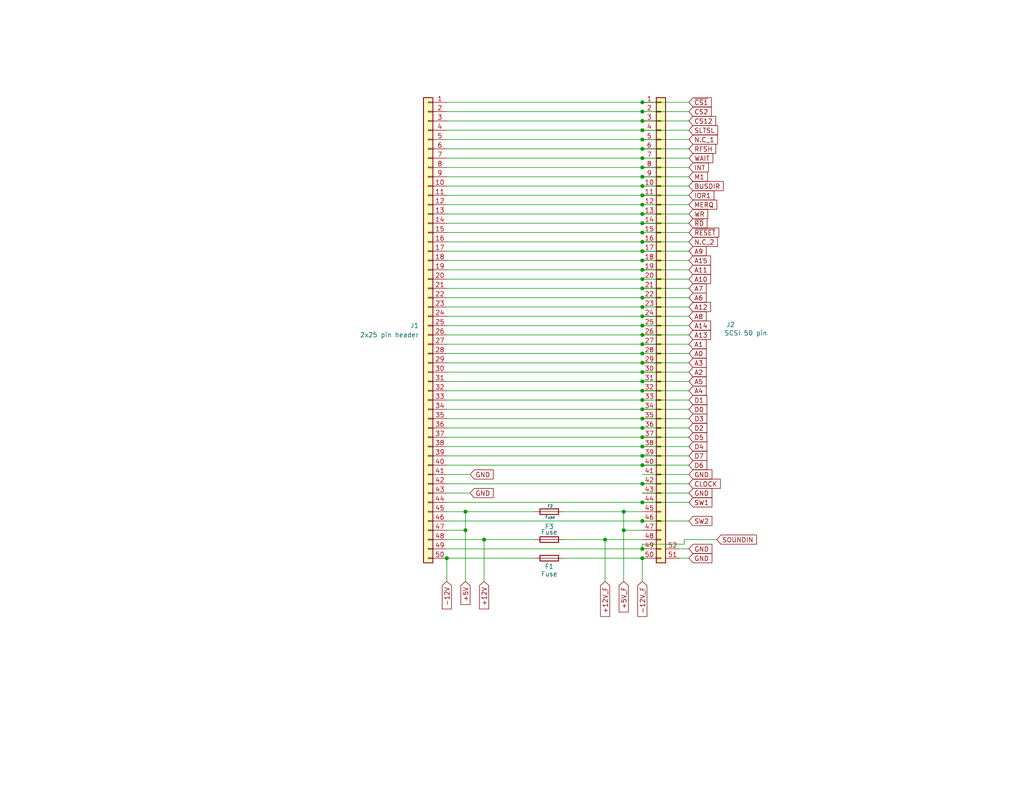
<source format=kicad_sch>
(kicad_sch
	(version 20231120)
	(generator "eeschema")
	(generator_version "8.0")
	(uuid "e764631c-796a-47f0-a181-7e3e48847a23")
	(paper "USLetter")
	(title_block
		(title "MSX Book External Slot")
		(date "2025-03-09")
		(rev "1.0")
	)
	(lib_symbols
		(symbol "Conn_01x50_1"
			(pin_names
				(offset 1.016) hide)
			(exclude_from_sim no)
			(in_bom yes)
			(on_board yes)
			(property "Reference" "J2"
				(at 17.78 0.254 0)
				(effects
					(font
						(size 1.27 1.27)
					)
					(justify left)
				)
			)
			(property "Value" "SCSI 50 pin"
				(at 17.272 -2.032 0)
				(effects
					(font
						(size 1.27 1.27)
					)
					(justify left)
				)
			)
			(property "Footprint" "ScSI:SCSI_50_F"
				(at 0 0 0)
				(effects
					(font
						(size 1.27 1.27)
					)
					(hide yes)
				)
			)
			(property "Datasheet" "~"
				(at 0 0 0)
				(effects
					(font
						(size 1.27 1.27)
					)
					(hide yes)
				)
			)
			(property "Description" "\"Generic connector, single row, 01x50, script generated\""
				(at 0 0 0)
				(effects
					(font
						(size 1.27 1.27)
					)
					(hide yes)
				)
			)
			(property "ki_locked" ""
				(at 0 0 0)
				(effects
					(font
						(size 1.27 1.27)
					)
				)
			)
			(property "ki_keywords" "connector"
				(at 0 0 0)
				(effects
					(font
						(size 1.27 1.27)
					)
					(hide yes)
				)
			)
			(property "ki_fp_filters" "Connector*:*_1x??_*"
				(at 0 0 0)
				(effects
					(font
						(size 1.27 1.27)
					)
					(hide yes)
				)
			)
			(symbol "Conn_01x50_1_1_1"
				(rectangle
					(start -1.27 -63.373)
					(end 0 -63.627)
					(stroke
						(width 0.1524)
						(type default)
					)
					(fill
						(type none)
					)
				)
				(rectangle
					(start -1.27 -60.833)
					(end 0 -61.087)
					(stroke
						(width 0.1524)
						(type default)
					)
					(fill
						(type none)
					)
				)
				(rectangle
					(start -1.27 -58.293)
					(end 0 -58.547)
					(stroke
						(width 0.1524)
						(type default)
					)
					(fill
						(type none)
					)
				)
				(rectangle
					(start -1.27 -55.753)
					(end 0 -56.007)
					(stroke
						(width 0.1524)
						(type default)
					)
					(fill
						(type none)
					)
				)
				(rectangle
					(start -1.27 -53.213)
					(end 0 -53.467)
					(stroke
						(width 0.1524)
						(type default)
					)
					(fill
						(type none)
					)
				)
				(rectangle
					(start -1.27 -50.673)
					(end 0 -50.927)
					(stroke
						(width 0.1524)
						(type default)
					)
					(fill
						(type none)
					)
				)
				(rectangle
					(start -1.27 -48.133)
					(end 0 -48.387)
					(stroke
						(width 0.1524)
						(type default)
					)
					(fill
						(type none)
					)
				)
				(rectangle
					(start -1.27 -45.593)
					(end 0 -45.847)
					(stroke
						(width 0.1524)
						(type default)
					)
					(fill
						(type none)
					)
				)
				(rectangle
					(start -1.27 -43.053)
					(end 0 -43.307)
					(stroke
						(width 0.1524)
						(type default)
					)
					(fill
						(type none)
					)
				)
				(rectangle
					(start -1.27 -40.513)
					(end 0 -40.767)
					(stroke
						(width 0.1524)
						(type default)
					)
					(fill
						(type none)
					)
				)
				(rectangle
					(start -1.27 -37.973)
					(end 0 -38.227)
					(stroke
						(width 0.1524)
						(type default)
					)
					(fill
						(type none)
					)
				)
				(rectangle
					(start -1.27 -35.433)
					(end 0 -35.687)
					(stroke
						(width 0.1524)
						(type default)
					)
					(fill
						(type none)
					)
				)
				(rectangle
					(start -1.27 -32.893)
					(end 0 -33.147)
					(stroke
						(width 0.1524)
						(type default)
					)
					(fill
						(type none)
					)
				)
				(rectangle
					(start -1.27 -30.353)
					(end 0 -30.607)
					(stroke
						(width 0.1524)
						(type default)
					)
					(fill
						(type none)
					)
				)
				(rectangle
					(start -1.27 -27.813)
					(end 0 -28.067)
					(stroke
						(width 0.1524)
						(type default)
					)
					(fill
						(type none)
					)
				)
				(rectangle
					(start -1.27 -25.273)
					(end 0 -25.527)
					(stroke
						(width 0.1524)
						(type default)
					)
					(fill
						(type none)
					)
				)
				(rectangle
					(start -1.27 -22.733)
					(end 0 -22.987)
					(stroke
						(width 0.1524)
						(type default)
					)
					(fill
						(type none)
					)
				)
				(rectangle
					(start -1.27 -20.193)
					(end 0 -20.447)
					(stroke
						(width 0.1524)
						(type default)
					)
					(fill
						(type none)
					)
				)
				(rectangle
					(start -1.27 -17.653)
					(end 0 -17.907)
					(stroke
						(width 0.1524)
						(type default)
					)
					(fill
						(type none)
					)
				)
				(rectangle
					(start -1.27 -15.113)
					(end 0 -15.367)
					(stroke
						(width 0.1524)
						(type default)
					)
					(fill
						(type none)
					)
				)
				(rectangle
					(start -1.27 -12.573)
					(end 0 -12.827)
					(stroke
						(width 0.1524)
						(type default)
					)
					(fill
						(type none)
					)
				)
				(rectangle
					(start -1.27 -10.033)
					(end 0 -10.287)
					(stroke
						(width 0.1524)
						(type default)
					)
					(fill
						(type none)
					)
				)
				(rectangle
					(start -1.27 -7.493)
					(end 0 -7.747)
					(stroke
						(width 0.1524)
						(type default)
					)
					(fill
						(type none)
					)
				)
				(rectangle
					(start -1.27 -4.953)
					(end 0 -5.207)
					(stroke
						(width 0.1524)
						(type default)
					)
					(fill
						(type none)
					)
				)
				(rectangle
					(start -1.27 -2.413)
					(end 0 -2.667)
					(stroke
						(width 0.1524)
						(type default)
					)
					(fill
						(type none)
					)
				)
				(rectangle
					(start -1.27 0.127)
					(end 0 -0.127)
					(stroke
						(width 0.1524)
						(type default)
					)
					(fill
						(type none)
					)
				)
				(rectangle
					(start -1.27 2.667)
					(end 0 2.413)
					(stroke
						(width 0.1524)
						(type default)
					)
					(fill
						(type none)
					)
				)
				(rectangle
					(start -1.27 5.207)
					(end 0 4.953)
					(stroke
						(width 0.1524)
						(type default)
					)
					(fill
						(type none)
					)
				)
				(rectangle
					(start -1.27 7.747)
					(end 0 7.493)
					(stroke
						(width 0.1524)
						(type default)
					)
					(fill
						(type none)
					)
				)
				(rectangle
					(start -1.27 10.287)
					(end 0 10.033)
					(stroke
						(width 0.1524)
						(type default)
					)
					(fill
						(type none)
					)
				)
				(rectangle
					(start -1.27 12.827)
					(end 0 12.573)
					(stroke
						(width 0.1524)
						(type default)
					)
					(fill
						(type none)
					)
				)
				(rectangle
					(start -1.27 15.367)
					(end 0 15.113)
					(stroke
						(width 0.1524)
						(type default)
					)
					(fill
						(type none)
					)
				)
				(rectangle
					(start -1.27 17.907)
					(end 0 17.653)
					(stroke
						(width 0.1524)
						(type default)
					)
					(fill
						(type none)
					)
				)
				(rectangle
					(start -1.27 20.447)
					(end 0 20.193)
					(stroke
						(width 0.1524)
						(type default)
					)
					(fill
						(type none)
					)
				)
				(rectangle
					(start -1.27 22.987)
					(end 0 22.733)
					(stroke
						(width 0.1524)
						(type default)
					)
					(fill
						(type none)
					)
				)
				(rectangle
					(start -1.27 25.527)
					(end 0 25.273)
					(stroke
						(width 0.1524)
						(type default)
					)
					(fill
						(type none)
					)
				)
				(rectangle
					(start -1.27 28.067)
					(end 0 27.813)
					(stroke
						(width 0.1524)
						(type default)
					)
					(fill
						(type none)
					)
				)
				(rectangle
					(start -1.27 30.607)
					(end 0 30.353)
					(stroke
						(width 0.1524)
						(type default)
					)
					(fill
						(type none)
					)
				)
				(rectangle
					(start -1.27 33.147)
					(end 0 32.893)
					(stroke
						(width 0.1524)
						(type default)
					)
					(fill
						(type none)
					)
				)
				(rectangle
					(start -1.27 35.687)
					(end 0 35.433)
					(stroke
						(width 0.1524)
						(type default)
					)
					(fill
						(type none)
					)
				)
				(rectangle
					(start -1.27 38.227)
					(end 0 37.973)
					(stroke
						(width 0.1524)
						(type default)
					)
					(fill
						(type none)
					)
				)
				(rectangle
					(start -1.27 40.767)
					(end 0 40.513)
					(stroke
						(width 0.1524)
						(type default)
					)
					(fill
						(type none)
					)
				)
				(rectangle
					(start -1.27 43.307)
					(end 0 43.053)
					(stroke
						(width 0.1524)
						(type default)
					)
					(fill
						(type none)
					)
				)
				(rectangle
					(start -1.27 45.847)
					(end 0 45.593)
					(stroke
						(width 0.1524)
						(type default)
					)
					(fill
						(type none)
					)
				)
				(rectangle
					(start -1.27 48.387)
					(end 0 48.133)
					(stroke
						(width 0.1524)
						(type default)
					)
					(fill
						(type none)
					)
				)
				(rectangle
					(start -1.27 50.927)
					(end 0 50.673)
					(stroke
						(width 0.1524)
						(type default)
					)
					(fill
						(type none)
					)
				)
				(rectangle
					(start -1.27 53.467)
					(end 0 53.213)
					(stroke
						(width 0.1524)
						(type default)
					)
					(fill
						(type none)
					)
				)
				(rectangle
					(start -1.27 56.007)
					(end 0 55.753)
					(stroke
						(width 0.1524)
						(type default)
					)
					(fill
						(type none)
					)
				)
				(rectangle
					(start -1.27 58.547)
					(end 0 58.293)
					(stroke
						(width 0.1524)
						(type default)
					)
					(fill
						(type none)
					)
				)
				(rectangle
					(start -1.27 61.087)
					(end 0 60.833)
					(stroke
						(width 0.1524)
						(type default)
					)
					(fill
						(type none)
					)
				)
				(rectangle
					(start -1.27 62.23)
					(end 1.27 -64.77)
					(stroke
						(width 0.254)
						(type default)
					)
					(fill
						(type background)
					)
				)
				(pin passive line
					(at -5.08 60.96 0)
					(length 3.81)
					(name "Pin_1"
						(effects
							(font
								(size 1.27 1.27)
							)
						)
					)
					(number "1"
						(effects
							(font
								(size 1.27 1.27)
							)
						)
					)
				)
				(pin passive line
					(at -5.08 38.1 0)
					(length 3.81)
					(name "Pin_10"
						(effects
							(font
								(size 1.27 1.27)
							)
						)
					)
					(number "10"
						(effects
							(font
								(size 1.27 1.27)
							)
						)
					)
				)
				(pin passive line
					(at -5.08 35.56 0)
					(length 3.81)
					(name "Pin_11"
						(effects
							(font
								(size 1.27 1.27)
							)
						)
					)
					(number "11"
						(effects
							(font
								(size 1.27 1.27)
							)
						)
					)
				)
				(pin passive line
					(at -5.08 33.02 0)
					(length 3.81)
					(name "Pin_12"
						(effects
							(font
								(size 1.27 1.27)
							)
						)
					)
					(number "12"
						(effects
							(font
								(size 1.27 1.27)
							)
						)
					)
				)
				(pin passive line
					(at -5.08 30.48 0)
					(length 3.81)
					(name "Pin_13"
						(effects
							(font
								(size 1.27 1.27)
							)
						)
					)
					(number "13"
						(effects
							(font
								(size 1.27 1.27)
							)
						)
					)
				)
				(pin passive line
					(at -5.08 27.94 0)
					(length 3.81)
					(name "Pin_14"
						(effects
							(font
								(size 1.27 1.27)
							)
						)
					)
					(number "14"
						(effects
							(font
								(size 1.27 1.27)
							)
						)
					)
				)
				(pin passive line
					(at -5.08 25.4 0)
					(length 3.81)
					(name "Pin_15"
						(effects
							(font
								(size 1.27 1.27)
							)
						)
					)
					(number "15"
						(effects
							(font
								(size 1.27 1.27)
							)
						)
					)
				)
				(pin passive line
					(at -5.08 22.86 0)
					(length 3.81)
					(name "Pin_16"
						(effects
							(font
								(size 1.27 1.27)
							)
						)
					)
					(number "16"
						(effects
							(font
								(size 1.27 1.27)
							)
						)
					)
				)
				(pin passive line
					(at -5.08 20.32 0)
					(length 3.81)
					(name "Pin_17"
						(effects
							(font
								(size 1.27 1.27)
							)
						)
					)
					(number "17"
						(effects
							(font
								(size 1.27 1.27)
							)
						)
					)
				)
				(pin passive line
					(at -5.08 17.78 0)
					(length 3.81)
					(name "Pin_18"
						(effects
							(font
								(size 1.27 1.27)
							)
						)
					)
					(number "18"
						(effects
							(font
								(size 1.27 1.27)
							)
						)
					)
				)
				(pin passive line
					(at -5.08 15.24 0)
					(length 3.81)
					(name "Pin_19"
						(effects
							(font
								(size 1.27 1.27)
							)
						)
					)
					(number "19"
						(effects
							(font
								(size 1.27 1.27)
							)
						)
					)
				)
				(pin passive line
					(at -5.08 58.42 0)
					(length 3.81)
					(name "Pin_2"
						(effects
							(font
								(size 1.27 1.27)
							)
						)
					)
					(number "2"
						(effects
							(font
								(size 1.27 1.27)
							)
						)
					)
				)
				(pin passive line
					(at -5.08 12.7 0)
					(length 3.81)
					(name "Pin_20"
						(effects
							(font
								(size 1.27 1.27)
							)
						)
					)
					(number "20"
						(effects
							(font
								(size 1.27 1.27)
							)
						)
					)
				)
				(pin passive line
					(at -5.08 10.16 0)
					(length 3.81)
					(name "Pin_21"
						(effects
							(font
								(size 1.27 1.27)
							)
						)
					)
					(number "21"
						(effects
							(font
								(size 1.27 1.27)
							)
						)
					)
				)
				(pin passive line
					(at -5.08 7.62 0)
					(length 3.81)
					(name "Pin_22"
						(effects
							(font
								(size 1.27 1.27)
							)
						)
					)
					(number "22"
						(effects
							(font
								(size 1.27 1.27)
							)
						)
					)
				)
				(pin passive line
					(at -5.08 5.08 0)
					(length 3.81)
					(name "Pin_23"
						(effects
							(font
								(size 1.27 1.27)
							)
						)
					)
					(number "23"
						(effects
							(font
								(size 1.27 1.27)
							)
						)
					)
				)
				(pin passive line
					(at -5.08 2.54 0)
					(length 3.81)
					(name "Pin_24"
						(effects
							(font
								(size 1.27 1.27)
							)
						)
					)
					(number "24"
						(effects
							(font
								(size 1.27 1.27)
							)
						)
					)
				)
				(pin passive line
					(at -5.08 0 0)
					(length 3.81)
					(name "Pin_25"
						(effects
							(font
								(size 1.27 1.27)
							)
						)
					)
					(number "25"
						(effects
							(font
								(size 1.27 1.27)
							)
						)
					)
				)
				(pin passive line
					(at -5.08 -2.54 0)
					(length 3.81)
					(name "Pin_26"
						(effects
							(font
								(size 1.27 1.27)
							)
						)
					)
					(number "26"
						(effects
							(font
								(size 1.27 1.27)
							)
						)
					)
				)
				(pin passive line
					(at -5.08 -5.08 0)
					(length 3.81)
					(name "Pin_27"
						(effects
							(font
								(size 1.27 1.27)
							)
						)
					)
					(number "27"
						(effects
							(font
								(size 1.27 1.27)
							)
						)
					)
				)
				(pin passive line
					(at -5.08 -7.62 0)
					(length 3.81)
					(name "Pin_28"
						(effects
							(font
								(size 1.27 1.27)
							)
						)
					)
					(number "28"
						(effects
							(font
								(size 1.27 1.27)
							)
						)
					)
				)
				(pin passive line
					(at -5.08 -10.16 0)
					(length 3.81)
					(name "Pin_29"
						(effects
							(font
								(size 1.27 1.27)
							)
						)
					)
					(number "29"
						(effects
							(font
								(size 1.27 1.27)
							)
						)
					)
				)
				(pin passive line
					(at -5.08 55.88 0)
					(length 3.81)
					(name "Pin_3"
						(effects
							(font
								(size 1.27 1.27)
							)
						)
					)
					(number "3"
						(effects
							(font
								(size 1.27 1.27)
							)
						)
					)
				)
				(pin passive line
					(at -5.08 -12.7 0)
					(length 3.81)
					(name "Pin_30"
						(effects
							(font
								(size 1.27 1.27)
							)
						)
					)
					(number "30"
						(effects
							(font
								(size 1.27 1.27)
							)
						)
					)
				)
				(pin passive line
					(at -5.08 -15.24 0)
					(length 3.81)
					(name "Pin_31"
						(effects
							(font
								(size 1.27 1.27)
							)
						)
					)
					(number "31"
						(effects
							(font
								(size 1.27 1.27)
							)
						)
					)
				)
				(pin passive line
					(at -5.08 -17.78 0)
					(length 3.81)
					(name "Pin_32"
						(effects
							(font
								(size 1.27 1.27)
							)
						)
					)
					(number "32"
						(effects
							(font
								(size 1.27 1.27)
							)
						)
					)
				)
				(pin passive line
					(at -5.08 -20.32 0)
					(length 3.81)
					(name "Pin_33"
						(effects
							(font
								(size 1.27 1.27)
							)
						)
					)
					(number "33"
						(effects
							(font
								(size 1.27 1.27)
							)
						)
					)
				)
				(pin passive line
					(at -5.08 -22.86 0)
					(length 3.81)
					(name "Pin_34"
						(effects
							(font
								(size 1.27 1.27)
							)
						)
					)
					(number "34"
						(effects
							(font
								(size 1.27 1.27)
							)
						)
					)
				)
				(pin passive line
					(at -5.08 -25.4 0)
					(length 3.81)
					(name "Pin_35"
						(effects
							(font
								(size 1.27 1.27)
							)
						)
					)
					(number "35"
						(effects
							(font
								(size 1.27 1.27)
							)
						)
					)
				)
				(pin passive line
					(at -5.08 -27.94 0)
					(length 3.81)
					(name "Pin_36"
						(effects
							(font
								(size 1.27 1.27)
							)
						)
					)
					(number "36"
						(effects
							(font
								(size 1.27 1.27)
							)
						)
					)
				)
				(pin passive line
					(at -5.08 -30.48 0)
					(length 3.81)
					(name "Pin_37"
						(effects
							(font
								(size 1.27 1.27)
							)
						)
					)
					(number "37"
						(effects
							(font
								(size 1.27 1.27)
							)
						)
					)
				)
				(pin passive line
					(at -5.08 -33.02 0)
					(length 3.81)
					(name "Pin_38"
						(effects
							(font
								(size 1.27 1.27)
							)
						)
					)
					(number "38"
						(effects
							(font
								(size 1.27 1.27)
							)
						)
					)
				)
				(pin passive line
					(at -5.08 -35.56 0)
					(length 3.81)
					(name "Pin_39"
						(effects
							(font
								(size 1.27 1.27)
							)
						)
					)
					(number "39"
						(effects
							(font
								(size 1.27 1.27)
							)
						)
					)
				)
				(pin passive line
					(at -5.08 53.34 0)
					(length 3.81)
					(name "Pin_4"
						(effects
							(font
								(size 1.27 1.27)
							)
						)
					)
					(number "4"
						(effects
							(font
								(size 1.27 1.27)
							)
						)
					)
				)
				(pin passive line
					(at -5.08 -38.1 0)
					(length 3.81)
					(name "Pin_40"
						(effects
							(font
								(size 1.27 1.27)
							)
						)
					)
					(number "40"
						(effects
							(font
								(size 1.27 1.27)
							)
						)
					)
				)
				(pin passive line
					(at -5.08 -40.64 0)
					(length 3.81)
					(name "Pin_41"
						(effects
							(font
								(size 1.27 1.27)
							)
						)
					)
					(number "41"
						(effects
							(font
								(size 1.27 1.27)
							)
						)
					)
				)
				(pin passive line
					(at -5.08 -43.18 0)
					(length 3.81)
					(name "Pin_42"
						(effects
							(font
								(size 1.27 1.27)
							)
						)
					)
					(number "42"
						(effects
							(font
								(size 1.27 1.27)
							)
						)
					)
				)
				(pin passive line
					(at -5.08 -45.72 0)
					(length 3.81)
					(name "Pin_43"
						(effects
							(font
								(size 1.27 1.27)
							)
						)
					)
					(number "43"
						(effects
							(font
								(size 1.27 1.27)
							)
						)
					)
				)
				(pin passive line
					(at -5.08 -48.26 0)
					(length 3.81)
					(name "Pin_44"
						(effects
							(font
								(size 1.27 1.27)
							)
						)
					)
					(number "44"
						(effects
							(font
								(size 1.27 1.27)
							)
						)
					)
				)
				(pin passive line
					(at -5.08 -50.8 0)
					(length 3.81)
					(name "Pin_45"
						(effects
							(font
								(size 1.27 1.27)
							)
						)
					)
					(number "45"
						(effects
							(font
								(size 1.27 1.27)
							)
						)
					)
				)
				(pin passive line
					(at -5.08 -53.34 0)
					(length 3.81)
					(name "Pin_46"
						(effects
							(font
								(size 1.27 1.27)
							)
						)
					)
					(number "46"
						(effects
							(font
								(size 1.27 1.27)
							)
						)
					)
				)
				(pin passive line
					(at -5.08 -55.88 0)
					(length 3.81)
					(name "Pin_47"
						(effects
							(font
								(size 1.27 1.27)
							)
						)
					)
					(number "47"
						(effects
							(font
								(size 1.27 1.27)
							)
						)
					)
				)
				(pin passive line
					(at -5.08 -58.42 0)
					(length 3.81)
					(name "Pin_48"
						(effects
							(font
								(size 1.27 1.27)
							)
						)
					)
					(number "48"
						(effects
							(font
								(size 1.27 1.27)
							)
						)
					)
				)
				(pin passive line
					(at -5.08 -60.96 0)
					(length 3.81)
					(name "Pin_49"
						(effects
							(font
								(size 1.27 1.27)
							)
						)
					)
					(number "49"
						(effects
							(font
								(size 1.27 1.27)
							)
						)
					)
				)
				(pin passive line
					(at -5.08 50.8 0)
					(length 3.81)
					(name "Pin_5"
						(effects
							(font
								(size 1.27 1.27)
							)
						)
					)
					(number "5"
						(effects
							(font
								(size 1.27 1.27)
							)
						)
					)
				)
				(pin passive line
					(at -5.08 -63.5 0)
					(length 3.81)
					(name "Pin_50"
						(effects
							(font
								(size 1.27 1.27)
							)
						)
					)
					(number "50"
						(effects
							(font
								(size 1.27 1.27)
							)
						)
					)
				)
				(pin passive line
					(at 5.08 -63.5 180)
					(length 3.81)
					(name "Pin_49"
						(effects
							(font
								(size 1.27 1.27)
							)
						)
					)
					(number "51"
						(effects
							(font
								(size 1.27 1.27)
							)
						)
					)
				)
				(pin passive line
					(at 5.08 -60.96 180)
					(length 3.81)
					(name "Pin_50"
						(effects
							(font
								(size 1.27 1.27)
							)
						)
					)
					(number "52"
						(effects
							(font
								(size 1.27 1.27)
							)
						)
					)
				)
				(pin passive line
					(at -5.08 48.26 0)
					(length 3.81)
					(name "Pin_6"
						(effects
							(font
								(size 1.27 1.27)
							)
						)
					)
					(number "6"
						(effects
							(font
								(size 1.27 1.27)
							)
						)
					)
				)
				(pin passive line
					(at -5.08 45.72 0)
					(length 3.81)
					(name "Pin_7"
						(effects
							(font
								(size 1.27 1.27)
							)
						)
					)
					(number "7"
						(effects
							(font
								(size 1.27 1.27)
							)
						)
					)
				)
				(pin passive line
					(at -5.08 43.18 0)
					(length 3.81)
					(name "Pin_8"
						(effects
							(font
								(size 1.27 1.27)
							)
						)
					)
					(number "8"
						(effects
							(font
								(size 1.27 1.27)
							)
						)
					)
				)
				(pin passive line
					(at -5.08 40.64 0)
					(length 3.81)
					(name "Pin_9"
						(effects
							(font
								(size 1.27 1.27)
							)
						)
					)
					(number "9"
						(effects
							(font
								(size 1.27 1.27)
							)
						)
					)
				)
			)
		)
		(symbol "Connector_Generic:Conn_01x50"
			(pin_names
				(offset 1.016) hide)
			(exclude_from_sim no)
			(in_bom yes)
			(on_board yes)
			(property "Reference" "J"
				(at 0 63.5 0)
				(effects
					(font
						(size 1.27 1.27)
					)
				)
			)
			(property "Value" "Conn_01x50"
				(at 0 -66.04 0)
				(effects
					(font
						(size 1.27 1.27)
					)
				)
			)
			(property "Footprint" ""
				(at 0 0 0)
				(effects
					(font
						(size 1.27 1.27)
					)
					(hide yes)
				)
			)
			(property "Datasheet" "~"
				(at 0 0 0)
				(effects
					(font
						(size 1.27 1.27)
					)
					(hide yes)
				)
			)
			(property "Description" "\"Generic connector, single row, 01x50, script generated\""
				(at 0 0 0)
				(effects
					(font
						(size 1.27 1.27)
					)
					(hide yes)
				)
			)
			(property "ki_locked" ""
				(at 0 0 0)
				(effects
					(font
						(size 1.27 1.27)
					)
				)
			)
			(property "ki_keywords" "connector"
				(at 0 0 0)
				(effects
					(font
						(size 1.27 1.27)
					)
					(hide yes)
				)
			)
			(property "ki_fp_filters" "Connector*:*_1x??_*"
				(at 0 0 0)
				(effects
					(font
						(size 1.27 1.27)
					)
					(hide yes)
				)
			)
			(symbol "Conn_01x50_1_1"
				(rectangle
					(start -1.27 -63.373)
					(end 0 -63.627)
					(stroke
						(width 0.1524)
						(type default)
					)
					(fill
						(type none)
					)
				)
				(rectangle
					(start -1.27 -60.833)
					(end 0 -61.087)
					(stroke
						(width 0.1524)
						(type default)
					)
					(fill
						(type none)
					)
				)
				(rectangle
					(start -1.27 -58.293)
					(end 0 -58.547)
					(stroke
						(width 0.1524)
						(type default)
					)
					(fill
						(type none)
					)
				)
				(rectangle
					(start -1.27 -55.753)
					(end 0 -56.007)
					(stroke
						(width 0.1524)
						(type default)
					)
					(fill
						(type none)
					)
				)
				(rectangle
					(start -1.27 -53.213)
					(end 0 -53.467)
					(stroke
						(width 0.1524)
						(type default)
					)
					(fill
						(type none)
					)
				)
				(rectangle
					(start -1.27 -50.673)
					(end 0 -50.927)
					(stroke
						(width 0.1524)
						(type default)
					)
					(fill
						(type none)
					)
				)
				(rectangle
					(start -1.27 -48.133)
					(end 0 -48.387)
					(stroke
						(width 0.1524)
						(type default)
					)
					(fill
						(type none)
					)
				)
				(rectangle
					(start -1.27 -45.593)
					(end 0 -45.847)
					(stroke
						(width 0.1524)
						(type default)
					)
					(fill
						(type none)
					)
				)
				(rectangle
					(start -1.27 -43.053)
					(end 0 -43.307)
					(stroke
						(width 0.1524)
						(type default)
					)
					(fill
						(type none)
					)
				)
				(rectangle
					(start -1.27 -40.513)
					(end 0 -40.767)
					(stroke
						(width 0.1524)
						(type default)
					)
					(fill
						(type none)
					)
				)
				(rectangle
					(start -1.27 -37.973)
					(end 0 -38.227)
					(stroke
						(width 0.1524)
						(type default)
					)
					(fill
						(type none)
					)
				)
				(rectangle
					(start -1.27 -35.433)
					(end 0 -35.687)
					(stroke
						(width 0.1524)
						(type default)
					)
					(fill
						(type none)
					)
				)
				(rectangle
					(start -1.27 -32.893)
					(end 0 -33.147)
					(stroke
						(width 0.1524)
						(type default)
					)
					(fill
						(type none)
					)
				)
				(rectangle
					(start -1.27 -30.353)
					(end 0 -30.607)
					(stroke
						(width 0.1524)
						(type default)
					)
					(fill
						(type none)
					)
				)
				(rectangle
					(start -1.27 -27.813)
					(end 0 -28.067)
					(stroke
						(width 0.1524)
						(type default)
					)
					(fill
						(type none)
					)
				)
				(rectangle
					(start -1.27 -25.273)
					(end 0 -25.527)
					(stroke
						(width 0.1524)
						(type default)
					)
					(fill
						(type none)
					)
				)
				(rectangle
					(start -1.27 -22.733)
					(end 0 -22.987)
					(stroke
						(width 0.1524)
						(type default)
					)
					(fill
						(type none)
					)
				)
				(rectangle
					(start -1.27 -20.193)
					(end 0 -20.447)
					(stroke
						(width 0.1524)
						(type default)
					)
					(fill
						(type none)
					)
				)
				(rectangle
					(start -1.27 -17.653)
					(end 0 -17.907)
					(stroke
						(width 0.1524)
						(type default)
					)
					(fill
						(type none)
					)
				)
				(rectangle
					(start -1.27 -15.113)
					(end 0 -15.367)
					(stroke
						(width 0.1524)
						(type default)
					)
					(fill
						(type none)
					)
				)
				(rectangle
					(start -1.27 -12.573)
					(end 0 -12.827)
					(stroke
						(width 0.1524)
						(type default)
					)
					(fill
						(type none)
					)
				)
				(rectangle
					(start -1.27 -10.033)
					(end 0 -10.287)
					(stroke
						(width 0.1524)
						(type default)
					)
					(fill
						(type none)
					)
				)
				(rectangle
					(start -1.27 -7.493)
					(end 0 -7.747)
					(stroke
						(width 0.1524)
						(type default)
					)
					(fill
						(type none)
					)
				)
				(rectangle
					(start -1.27 -4.953)
					(end 0 -5.207)
					(stroke
						(width 0.1524)
						(type default)
					)
					(fill
						(type none)
					)
				)
				(rectangle
					(start -1.27 -2.413)
					(end 0 -2.667)
					(stroke
						(width 0.1524)
						(type default)
					)
					(fill
						(type none)
					)
				)
				(rectangle
					(start -1.27 0.127)
					(end 0 -0.127)
					(stroke
						(width 0.1524)
						(type default)
					)
					(fill
						(type none)
					)
				)
				(rectangle
					(start -1.27 2.667)
					(end 0 2.413)
					(stroke
						(width 0.1524)
						(type default)
					)
					(fill
						(type none)
					)
				)
				(rectangle
					(start -1.27 5.207)
					(end 0 4.953)
					(stroke
						(width 0.1524)
						(type default)
					)
					(fill
						(type none)
					)
				)
				(rectangle
					(start -1.27 7.747)
					(end 0 7.493)
					(stroke
						(width 0.1524)
						(type default)
					)
					(fill
						(type none)
					)
				)
				(rectangle
					(start -1.27 10.287)
					(end 0 10.033)
					(stroke
						(width 0.1524)
						(type default)
					)
					(fill
						(type none)
					)
				)
				(rectangle
					(start -1.27 12.827)
					(end 0 12.573)
					(stroke
						(width 0.1524)
						(type default)
					)
					(fill
						(type none)
					)
				)
				(rectangle
					(start -1.27 15.367)
					(end 0 15.113)
					(stroke
						(width 0.1524)
						(type default)
					)
					(fill
						(type none)
					)
				)
				(rectangle
					(start -1.27 17.907)
					(end 0 17.653)
					(stroke
						(width 0.1524)
						(type default)
					)
					(fill
						(type none)
					)
				)
				(rectangle
					(start -1.27 20.447)
					(end 0 20.193)
					(stroke
						(width 0.1524)
						(type default)
					)
					(fill
						(type none)
					)
				)
				(rectangle
					(start -1.27 22.987)
					(end 0 22.733)
					(stroke
						(width 0.1524)
						(type default)
					)
					(fill
						(type none)
					)
				)
				(rectangle
					(start -1.27 25.527)
					(end 0 25.273)
					(stroke
						(width 0.1524)
						(type default)
					)
					(fill
						(type none)
					)
				)
				(rectangle
					(start -1.27 28.067)
					(end 0 27.813)
					(stroke
						(width 0.1524)
						(type default)
					)
					(fill
						(type none)
					)
				)
				(rectangle
					(start -1.27 30.607)
					(end 0 30.353)
					(stroke
						(width 0.1524)
						(type default)
					)
					(fill
						(type none)
					)
				)
				(rectangle
					(start -1.27 33.147)
					(end 0 32.893)
					(stroke
						(width 0.1524)
						(type default)
					)
					(fill
						(type none)
					)
				)
				(rectangle
					(start -1.27 35.687)
					(end 0 35.433)
					(stroke
						(width 0.1524)
						(type default)
					)
					(fill
						(type none)
					)
				)
				(rectangle
					(start -1.27 38.227)
					(end 0 37.973)
					(stroke
						(width 0.1524)
						(type default)
					)
					(fill
						(type none)
					)
				)
				(rectangle
					(start -1.27 40.767)
					(end 0 40.513)
					(stroke
						(width 0.1524)
						(type default)
					)
					(fill
						(type none)
					)
				)
				(rectangle
					(start -1.27 43.307)
					(end 0 43.053)
					(stroke
						(width 0.1524)
						(type default)
					)
					(fill
						(type none)
					)
				)
				(rectangle
					(start -1.27 45.847)
					(end 0 45.593)
					(stroke
						(width 0.1524)
						(type default)
					)
					(fill
						(type none)
					)
				)
				(rectangle
					(start -1.27 48.387)
					(end 0 48.133)
					(stroke
						(width 0.1524)
						(type default)
					)
					(fill
						(type none)
					)
				)
				(rectangle
					(start -1.27 50.927)
					(end 0 50.673)
					(stroke
						(width 0.1524)
						(type default)
					)
					(fill
						(type none)
					)
				)
				(rectangle
					(start -1.27 53.467)
					(end 0 53.213)
					(stroke
						(width 0.1524)
						(type default)
					)
					(fill
						(type none)
					)
				)
				(rectangle
					(start -1.27 56.007)
					(end 0 55.753)
					(stroke
						(width 0.1524)
						(type default)
					)
					(fill
						(type none)
					)
				)
				(rectangle
					(start -1.27 58.547)
					(end 0 58.293)
					(stroke
						(width 0.1524)
						(type default)
					)
					(fill
						(type none)
					)
				)
				(rectangle
					(start -1.27 61.087)
					(end 0 60.833)
					(stroke
						(width 0.1524)
						(type default)
					)
					(fill
						(type none)
					)
				)
				(rectangle
					(start -1.27 62.23)
					(end 1.27 -64.77)
					(stroke
						(width 0.254)
						(type default)
					)
					(fill
						(type background)
					)
				)
				(pin passive line
					(at -5.08 60.96 0)
					(length 3.81)
					(name "Pin_1"
						(effects
							(font
								(size 1.27 1.27)
							)
						)
					)
					(number "1"
						(effects
							(font
								(size 1.27 1.27)
							)
						)
					)
				)
				(pin passive line
					(at -5.08 38.1 0)
					(length 3.81)
					(name "Pin_10"
						(effects
							(font
								(size 1.27 1.27)
							)
						)
					)
					(number "10"
						(effects
							(font
								(size 1.27 1.27)
							)
						)
					)
				)
				(pin passive line
					(at -5.08 35.56 0)
					(length 3.81)
					(name "Pin_11"
						(effects
							(font
								(size 1.27 1.27)
							)
						)
					)
					(number "11"
						(effects
							(font
								(size 1.27 1.27)
							)
						)
					)
				)
				(pin passive line
					(at -5.08 33.02 0)
					(length 3.81)
					(name "Pin_12"
						(effects
							(font
								(size 1.27 1.27)
							)
						)
					)
					(number "12"
						(effects
							(font
								(size 1.27 1.27)
							)
						)
					)
				)
				(pin passive line
					(at -5.08 30.48 0)
					(length 3.81)
					(name "Pin_13"
						(effects
							(font
								(size 1.27 1.27)
							)
						)
					)
					(number "13"
						(effects
							(font
								(size 1.27 1.27)
							)
						)
					)
				)
				(pin passive line
					(at -5.08 27.94 0)
					(length 3.81)
					(name "Pin_14"
						(effects
							(font
								(size 1.27 1.27)
							)
						)
					)
					(number "14"
						(effects
							(font
								(size 1.27 1.27)
							)
						)
					)
				)
				(pin passive line
					(at -5.08 25.4 0)
					(length 3.81)
					(name "Pin_15"
						(effects
							(font
								(size 1.27 1.27)
							)
						)
					)
					(number "15"
						(effects
							(font
								(size 1.27 1.27)
							)
						)
					)
				)
				(pin passive line
					(at -5.08 22.86 0)
					(length 3.81)
					(name "Pin_16"
						(effects
							(font
								(size 1.27 1.27)
							)
						)
					)
					(number "16"
						(effects
							(font
								(size 1.27 1.27)
							)
						)
					)
				)
				(pin passive line
					(at -5.08 20.32 0)
					(length 3.81)
					(name "Pin_17"
						(effects
							(font
								(size 1.27 1.27)
							)
						)
					)
					(number "17"
						(effects
							(font
								(size 1.27 1.27)
							)
						)
					)
				)
				(pin passive line
					(at -5.08 17.78 0)
					(length 3.81)
					(name "Pin_18"
						(effects
							(font
								(size 1.27 1.27)
							)
						)
					)
					(number "18"
						(effects
							(font
								(size 1.27 1.27)
							)
						)
					)
				)
				(pin passive line
					(at -5.08 15.24 0)
					(length 3.81)
					(name "Pin_19"
						(effects
							(font
								(size 1.27 1.27)
							)
						)
					)
					(number "19"
						(effects
							(font
								(size 1.27 1.27)
							)
						)
					)
				)
				(pin passive line
					(at -5.08 58.42 0)
					(length 3.81)
					(name "Pin_2"
						(effects
							(font
								(size 1.27 1.27)
							)
						)
					)
					(number "2"
						(effects
							(font
								(size 1.27 1.27)
							)
						)
					)
				)
				(pin passive line
					(at -5.08 12.7 0)
					(length 3.81)
					(name "Pin_20"
						(effects
							(font
								(size 1.27 1.27)
							)
						)
					)
					(number "20"
						(effects
							(font
								(size 1.27 1.27)
							)
						)
					)
				)
				(pin passive line
					(at -5.08 10.16 0)
					(length 3.81)
					(name "Pin_21"
						(effects
							(font
								(size 1.27 1.27)
							)
						)
					)
					(number "21"
						(effects
							(font
								(size 1.27 1.27)
							)
						)
					)
				)
				(pin passive line
					(at -5.08 7.62 0)
					(length 3.81)
					(name "Pin_22"
						(effects
							(font
								(size 1.27 1.27)
							)
						)
					)
					(number "22"
						(effects
							(font
								(size 1.27 1.27)
							)
						)
					)
				)
				(pin passive line
					(at -5.08 5.08 0)
					(length 3.81)
					(name "Pin_23"
						(effects
							(font
								(size 1.27 1.27)
							)
						)
					)
					(number "23"
						(effects
							(font
								(size 1.27 1.27)
							)
						)
					)
				)
				(pin passive line
					(at -5.08 2.54 0)
					(length 3.81)
					(name "Pin_24"
						(effects
							(font
								(size 1.27 1.27)
							)
						)
					)
					(number "24"
						(effects
							(font
								(size 1.27 1.27)
							)
						)
					)
				)
				(pin passive line
					(at -5.08 0 0)
					(length 3.81)
					(name "Pin_25"
						(effects
							(font
								(size 1.27 1.27)
							)
						)
					)
					(number "25"
						(effects
							(font
								(size 1.27 1.27)
							)
						)
					)
				)
				(pin passive line
					(at -5.08 -2.54 0)
					(length 3.81)
					(name "Pin_26"
						(effects
							(font
								(size 1.27 1.27)
							)
						)
					)
					(number "26"
						(effects
							(font
								(size 1.27 1.27)
							)
						)
					)
				)
				(pin passive line
					(at -5.08 -5.08 0)
					(length 3.81)
					(name "Pin_27"
						(effects
							(font
								(size 1.27 1.27)
							)
						)
					)
					(number "27"
						(effects
							(font
								(size 1.27 1.27)
							)
						)
					)
				)
				(pin passive line
					(at -5.08 -7.62 0)
					(length 3.81)
					(name "Pin_28"
						(effects
							(font
								(size 1.27 1.27)
							)
						)
					)
					(number "28"
						(effects
							(font
								(size 1.27 1.27)
							)
						)
					)
				)
				(pin passive line
					(at -5.08 -10.16 0)
					(length 3.81)
					(name "Pin_29"
						(effects
							(font
								(size 1.27 1.27)
							)
						)
					)
					(number "29"
						(effects
							(font
								(size 1.27 1.27)
							)
						)
					)
				)
				(pin passive line
					(at -5.08 55.88 0)
					(length 3.81)
					(name "Pin_3"
						(effects
							(font
								(size 1.27 1.27)
							)
						)
					)
					(number "3"
						(effects
							(font
								(size 1.27 1.27)
							)
						)
					)
				)
				(pin passive line
					(at -5.08 -12.7 0)
					(length 3.81)
					(name "Pin_30"
						(effects
							(font
								(size 1.27 1.27)
							)
						)
					)
					(number "30"
						(effects
							(font
								(size 1.27 1.27)
							)
						)
					)
				)
				(pin passive line
					(at -5.08 -15.24 0)
					(length 3.81)
					(name "Pin_31"
						(effects
							(font
								(size 1.27 1.27)
							)
						)
					)
					(number "31"
						(effects
							(font
								(size 1.27 1.27)
							)
						)
					)
				)
				(pin passive line
					(at -5.08 -17.78 0)
					(length 3.81)
					(name "Pin_32"
						(effects
							(font
								(size 1.27 1.27)
							)
						)
					)
					(number "32"
						(effects
							(font
								(size 1.27 1.27)
							)
						)
					)
				)
				(pin passive line
					(at -5.08 -20.32 0)
					(length 3.81)
					(name "Pin_33"
						(effects
							(font
								(size 1.27 1.27)
							)
						)
					)
					(number "33"
						(effects
							(font
								(size 1.27 1.27)
							)
						)
					)
				)
				(pin passive line
					(at -5.08 -22.86 0)
					(length 3.81)
					(name "Pin_34"
						(effects
							(font
								(size 1.27 1.27)
							)
						)
					)
					(number "34"
						(effects
							(font
								(size 1.27 1.27)
							)
						)
					)
				)
				(pin passive line
					(at -5.08 -25.4 0)
					(length 3.81)
					(name "Pin_35"
						(effects
							(font
								(size 1.27 1.27)
							)
						)
					)
					(number "35"
						(effects
							(font
								(size 1.27 1.27)
							)
						)
					)
				)
				(pin passive line
					(at -5.08 -27.94 0)
					(length 3.81)
					(name "Pin_36"
						(effects
							(font
								(size 1.27 1.27)
							)
						)
					)
					(number "36"
						(effects
							(font
								(size 1.27 1.27)
							)
						)
					)
				)
				(pin passive line
					(at -5.08 -30.48 0)
					(length 3.81)
					(name "Pin_37"
						(effects
							(font
								(size 1.27 1.27)
							)
						)
					)
					(number "37"
						(effects
							(font
								(size 1.27 1.27)
							)
						)
					)
				)
				(pin passive line
					(at -5.08 -33.02 0)
					(length 3.81)
					(name "Pin_38"
						(effects
							(font
								(size 1.27 1.27)
							)
						)
					)
					(number "38"
						(effects
							(font
								(size 1.27 1.27)
							)
						)
					)
				)
				(pin passive line
					(at -5.08 -35.56 0)
					(length 3.81)
					(name "Pin_39"
						(effects
							(font
								(size 1.27 1.27)
							)
						)
					)
					(number "39"
						(effects
							(font
								(size 1.27 1.27)
							)
						)
					)
				)
				(pin passive line
					(at -5.08 53.34 0)
					(length 3.81)
					(name "Pin_4"
						(effects
							(font
								(size 1.27 1.27)
							)
						)
					)
					(number "4"
						(effects
							(font
								(size 1.27 1.27)
							)
						)
					)
				)
				(pin passive line
					(at -5.08 -38.1 0)
					(length 3.81)
					(name "Pin_40"
						(effects
							(font
								(size 1.27 1.27)
							)
						)
					)
					(number "40"
						(effects
							(font
								(size 1.27 1.27)
							)
						)
					)
				)
				(pin passive line
					(at -5.08 -40.64 0)
					(length 3.81)
					(name "Pin_41"
						(effects
							(font
								(size 1.27 1.27)
							)
						)
					)
					(number "41"
						(effects
							(font
								(size 1.27 1.27)
							)
						)
					)
				)
				(pin passive line
					(at -5.08 -43.18 0)
					(length 3.81)
					(name "Pin_42"
						(effects
							(font
								(size 1.27 1.27)
							)
						)
					)
					(number "42"
						(effects
							(font
								(size 1.27 1.27)
							)
						)
					)
				)
				(pin passive line
					(at -5.08 -45.72 0)
					(length 3.81)
					(name "Pin_43"
						(effects
							(font
								(size 1.27 1.27)
							)
						)
					)
					(number "43"
						(effects
							(font
								(size 1.27 1.27)
							)
						)
					)
				)
				(pin passive line
					(at -5.08 -48.26 0)
					(length 3.81)
					(name "Pin_44"
						(effects
							(font
								(size 1.27 1.27)
							)
						)
					)
					(number "44"
						(effects
							(font
								(size 1.27 1.27)
							)
						)
					)
				)
				(pin passive line
					(at -5.08 -50.8 0)
					(length 3.81)
					(name "Pin_45"
						(effects
							(font
								(size 1.27 1.27)
							)
						)
					)
					(number "45"
						(effects
							(font
								(size 1.27 1.27)
							)
						)
					)
				)
				(pin passive line
					(at -5.08 -53.34 0)
					(length 3.81)
					(name "Pin_46"
						(effects
							(font
								(size 1.27 1.27)
							)
						)
					)
					(number "46"
						(effects
							(font
								(size 1.27 1.27)
							)
						)
					)
				)
				(pin passive line
					(at -5.08 -55.88 0)
					(length 3.81)
					(name "Pin_47"
						(effects
							(font
								(size 1.27 1.27)
							)
						)
					)
					(number "47"
						(effects
							(font
								(size 1.27 1.27)
							)
						)
					)
				)
				(pin passive line
					(at -5.08 -58.42 0)
					(length 3.81)
					(name "Pin_48"
						(effects
							(font
								(size 1.27 1.27)
							)
						)
					)
					(number "48"
						(effects
							(font
								(size 1.27 1.27)
							)
						)
					)
				)
				(pin passive line
					(at -5.08 -60.96 0)
					(length 3.81)
					(name "Pin_49"
						(effects
							(font
								(size 1.27 1.27)
							)
						)
					)
					(number "49"
						(effects
							(font
								(size 1.27 1.27)
							)
						)
					)
				)
				(pin passive line
					(at -5.08 50.8 0)
					(length 3.81)
					(name "Pin_5"
						(effects
							(font
								(size 1.27 1.27)
							)
						)
					)
					(number "5"
						(effects
							(font
								(size 1.27 1.27)
							)
						)
					)
				)
				(pin passive line
					(at -5.08 -63.5 0)
					(length 3.81)
					(name "Pin_50"
						(effects
							(font
								(size 1.27 1.27)
							)
						)
					)
					(number "50"
						(effects
							(font
								(size 1.27 1.27)
							)
						)
					)
				)
				(pin passive line
					(at -5.08 48.26 0)
					(length 3.81)
					(name "Pin_6"
						(effects
							(font
								(size 1.27 1.27)
							)
						)
					)
					(number "6"
						(effects
							(font
								(size 1.27 1.27)
							)
						)
					)
				)
				(pin passive line
					(at -5.08 45.72 0)
					(length 3.81)
					(name "Pin_7"
						(effects
							(font
								(size 1.27 1.27)
							)
						)
					)
					(number "7"
						(effects
							(font
								(size 1.27 1.27)
							)
						)
					)
				)
				(pin passive line
					(at -5.08 43.18 0)
					(length 3.81)
					(name "Pin_8"
						(effects
							(font
								(size 1.27 1.27)
							)
						)
					)
					(number "8"
						(effects
							(font
								(size 1.27 1.27)
							)
						)
					)
				)
				(pin passive line
					(at -5.08 40.64 0)
					(length 3.81)
					(name "Pin_9"
						(effects
							(font
								(size 1.27 1.27)
							)
						)
					)
					(number "9"
						(effects
							(font
								(size 1.27 1.27)
							)
						)
					)
				)
			)
		)
		(symbol "Device:Fuse"
			(pin_numbers hide)
			(pin_names
				(offset 0)
			)
			(exclude_from_sim no)
			(in_bom yes)
			(on_board yes)
			(property "Reference" "F"
				(at 2.032 0 90)
				(effects
					(font
						(size 1.27 1.27)
					)
				)
			)
			(property "Value" "Fuse"
				(at -1.905 0 90)
				(effects
					(font
						(size 1.27 1.27)
					)
				)
			)
			(property "Footprint" ""
				(at -1.778 0 90)
				(effects
					(font
						(size 1.27 1.27)
					)
					(hide yes)
				)
			)
			(property "Datasheet" "~"
				(at 0 0 0)
				(effects
					(font
						(size 1.27 1.27)
					)
					(hide yes)
				)
			)
			(property "Description" "Fuse"
				(at 0 0 0)
				(effects
					(font
						(size 1.27 1.27)
					)
					(hide yes)
				)
			)
			(property "ki_keywords" "fuse"
				(at 0 0 0)
				(effects
					(font
						(size 1.27 1.27)
					)
					(hide yes)
				)
			)
			(property "ki_fp_filters" "*Fuse*"
				(at 0 0 0)
				(effects
					(font
						(size 1.27 1.27)
					)
					(hide yes)
				)
			)
			(symbol "Fuse_0_1"
				(rectangle
					(start -0.762 -2.54)
					(end 0.762 2.54)
					(stroke
						(width 0.254)
						(type default)
					)
					(fill
						(type none)
					)
				)
				(polyline
					(pts
						(xy 0 2.54) (xy 0 -2.54)
					)
					(stroke
						(width 0)
						(type default)
					)
					(fill
						(type none)
					)
				)
			)
			(symbol "Fuse_1_1"
				(pin passive line
					(at 0 3.81 270)
					(length 1.27)
					(name "~"
						(effects
							(font
								(size 1.27 1.27)
							)
						)
					)
					(number "1"
						(effects
							(font
								(size 1.27 1.27)
							)
						)
					)
				)
				(pin passive line
					(at 0 -3.81 90)
					(length 1.27)
					(name "~"
						(effects
							(font
								(size 1.27 1.27)
							)
						)
					)
					(number "2"
						(effects
							(font
								(size 1.27 1.27)
							)
						)
					)
				)
			)
		)
	)
	(junction
		(at 175.26 30.48)
		(diameter 0)
		(color 0 0 0 0)
		(uuid "03d81a70-eaa7-4d74-bfbd-85ba5cd9422d")
	)
	(junction
		(at 175.26 71.12)
		(diameter 0)
		(color 0 0 0 0)
		(uuid "03e424b3-b46b-425a-be39-1d386203a388")
	)
	(junction
		(at 175.26 99.06)
		(diameter 0)
		(color 0 0 0 0)
		(uuid "0aed9ddc-cbe2-4589-83d9-6a905ac31b81")
	)
	(junction
		(at 170.18 139.7)
		(diameter 0)
		(color 0 0 0 0)
		(uuid "0ea95f4e-444b-4587-967e-c7281c7583c6")
	)
	(junction
		(at 175.26 76.2)
		(diameter 0)
		(color 0 0 0 0)
		(uuid "14aa3025-9306-48ed-9750-cb28d5f38cee")
	)
	(junction
		(at 175.26 93.98)
		(diameter 0)
		(color 0 0 0 0)
		(uuid "20bf1fec-e7f2-45a6-b6d2-b35543a13d21")
	)
	(junction
		(at 175.26 66.04)
		(diameter 0)
		(color 0 0 0 0)
		(uuid "28521d4b-4cea-4bf1-86ef-2a6b44a8eda0")
	)
	(junction
		(at 175.26 40.64)
		(diameter 0)
		(color 0 0 0 0)
		(uuid "3ce194ac-2fb4-44de-853f-8a73f47cc16a")
	)
	(junction
		(at 175.26 43.18)
		(diameter 0)
		(color 0 0 0 0)
		(uuid "3ff94daf-0a53-4d02-ab88-ef25eeb3bc44")
	)
	(junction
		(at 175.26 91.44)
		(diameter 0)
		(color 0 0 0 0)
		(uuid "42901c4a-1952-4285-a3a4-0117a605a26d")
	)
	(junction
		(at 175.26 137.16)
		(diameter 0)
		(color 0 0 0 0)
		(uuid "4381d873-3c90-44ed-8c5c-6b4b1046d4df")
	)
	(junction
		(at 175.26 109.22)
		(diameter 0)
		(color 0 0 0 0)
		(uuid "45a5923b-a36a-46d8-8804-c8b2727f4b3a")
	)
	(junction
		(at 175.26 81.28)
		(diameter 0)
		(color 0 0 0 0)
		(uuid "4b4992df-574e-4679-ae2b-1449028cc9eb")
	)
	(junction
		(at 175.26 33.02)
		(diameter 0)
		(color 0 0 0 0)
		(uuid "4b6d5934-df42-44e1-8949-4229e985d980")
	)
	(junction
		(at 175.26 152.4)
		(diameter 0)
		(color 0 0 0 0)
		(uuid "4b6eeb99-878d-48af-8434-730ef0ccac06")
	)
	(junction
		(at 175.26 111.76)
		(diameter 0)
		(color 0 0 0 0)
		(uuid "4be86c5f-2d81-428f-a7da-f2a0e98165f0")
	)
	(junction
		(at 175.26 58.42)
		(diameter 0)
		(color 0 0 0 0)
		(uuid "4e525eaa-32ec-4f43-bdb3-ac3ede59f4ae")
	)
	(junction
		(at 175.26 101.6)
		(diameter 0)
		(color 0 0 0 0)
		(uuid "5d0f6f66-5244-4c87-bc4c-18402f608fb4")
	)
	(junction
		(at 175.26 83.82)
		(diameter 0)
		(color 0 0 0 0)
		(uuid "643d748b-05af-469d-a3f0-ae4a2b2ea6dd")
	)
	(junction
		(at 175.26 50.8)
		(diameter 0)
		(color 0 0 0 0)
		(uuid "65208beb-b4ba-4826-9c0c-76fe580c637a")
	)
	(junction
		(at 175.26 55.88)
		(diameter 0)
		(color 0 0 0 0)
		(uuid "674f7330-47ad-46ac-8c76-99766f76c978")
	)
	(junction
		(at 175.26 68.58)
		(diameter 0)
		(color 0 0 0 0)
		(uuid "6cae5eb5-e6cc-4b85-a146-eaa572c7bfab")
	)
	(junction
		(at 175.26 121.92)
		(diameter 0)
		(color 0 0 0 0)
		(uuid "70911131-87d6-42ee-8c35-cc697cd69110")
	)
	(junction
		(at 175.26 142.24)
		(diameter 0)
		(color 0 0 0 0)
		(uuid "70b22f76-dfe7-43b7-b83a-732b6d56d17e")
	)
	(junction
		(at 175.26 149.86)
		(diameter 0)
		(color 0 0 0 0)
		(uuid "741f4bef-bd40-46c4-8274-7e6505d3ac8c")
	)
	(junction
		(at 175.26 38.1)
		(diameter 0)
		(color 0 0 0 0)
		(uuid "75395b64-5137-407f-a019-218cf3864d48")
	)
	(junction
		(at 175.26 60.96)
		(diameter 0)
		(color 0 0 0 0)
		(uuid "7e1d41e1-3fc4-40cb-8574-d83b11e693d8")
	)
	(junction
		(at 175.26 27.94)
		(diameter 0)
		(color 0 0 0 0)
		(uuid "8cdbafcd-0b32-4ca9-9cac-d5ae035bdfd5")
	)
	(junction
		(at 127 144.78)
		(diameter 0)
		(color 0 0 0 0)
		(uuid "8e621b03-fa41-456b-a4ad-a977c9669d6d")
	)
	(junction
		(at 175.26 45.72)
		(diameter 0)
		(color 0 0 0 0)
		(uuid "94f3d47e-699f-4ea9-945a-1678e132dfb9")
	)
	(junction
		(at 175.26 86.36)
		(diameter 0)
		(color 0 0 0 0)
		(uuid "956abdda-7c27-456b-9504-443aa068e9cf")
	)
	(junction
		(at 175.26 106.68)
		(diameter 0)
		(color 0 0 0 0)
		(uuid "999fb1cb-18cd-4d8c-a9e2-607a3e9d62dd")
	)
	(junction
		(at 132.08 147.32)
		(diameter 0)
		(color 0 0 0 0)
		(uuid "9b74182d-c404-411a-aee1-41002deb9e46")
	)
	(junction
		(at 165.1 147.32)
		(diameter 0)
		(color 0 0 0 0)
		(uuid "a15c2af5-a25e-4941-921b-34461ae7b18d")
	)
	(junction
		(at 121.92 152.4)
		(diameter 0)
		(color 0 0 0 0)
		(uuid "a1f472f9-9e10-4743-a0b7-bca0a82813c4")
	)
	(junction
		(at 170.18 144.78)
		(diameter 0)
		(color 0 0 0 0)
		(uuid "aaa61d9d-85c3-49bd-b8d0-b890fe5e687e")
	)
	(junction
		(at 175.26 127)
		(diameter 0)
		(color 0 0 0 0)
		(uuid "abc08581-87a1-416e-9e2a-53802f68e179")
	)
	(junction
		(at 175.26 114.3)
		(diameter 0)
		(color 0 0 0 0)
		(uuid "af13b102-b890-42ed-9d91-50b11ad515f4")
	)
	(junction
		(at 175.26 35.56)
		(diameter 0)
		(color 0 0 0 0)
		(uuid "b2f11f4d-d180-4d06-946c-ca0e5420dad5")
	)
	(junction
		(at 127 139.7)
		(diameter 0)
		(color 0 0 0 0)
		(uuid "b7c9531c-ccab-4382-8c95-1cb93e7fba70")
	)
	(junction
		(at 175.26 124.46)
		(diameter 0)
		(color 0 0 0 0)
		(uuid "baa1f8cd-fd10-44d9-881a-c43ca141e485")
	)
	(junction
		(at 175.26 73.66)
		(diameter 0)
		(color 0 0 0 0)
		(uuid "c0ba036a-108e-468e-b014-cfdd8d10107c")
	)
	(junction
		(at 175.26 104.14)
		(diameter 0)
		(color 0 0 0 0)
		(uuid "c5dde52e-c859-4b8b-9115-833e50701c08")
	)
	(junction
		(at 175.26 48.26)
		(diameter 0)
		(color 0 0 0 0)
		(uuid "d167caaa-31d7-46cf-ac5e-db40797a3173")
	)
	(junction
		(at 175.26 119.38)
		(diameter 0)
		(color 0 0 0 0)
		(uuid "d5bfebcd-1f56-42b7-a32f-6dcce6a83455")
	)
	(junction
		(at 175.26 96.52)
		(diameter 0)
		(color 0 0 0 0)
		(uuid "d6b0a970-345f-4efe-acce-7fe44d683409")
	)
	(junction
		(at 175.26 78.74)
		(diameter 0)
		(color 0 0 0 0)
		(uuid "dec18231-b12d-43a7-b3b8-f77943467430")
	)
	(junction
		(at 175.26 63.5)
		(diameter 0)
		(color 0 0 0 0)
		(uuid "e0ad4f99-d247-4e04-b5f5-d871f94186a3")
	)
	(junction
		(at 175.26 53.34)
		(diameter 0)
		(color 0 0 0 0)
		(uuid "e17eebe7-4e8f-4d7d-a65e-c67d58f76b0d")
	)
	(junction
		(at 175.26 132.08)
		(diameter 0)
		(color 0 0 0 0)
		(uuid "f2791098-e445-4bce-81ce-cc9443d5cdd4")
	)
	(junction
		(at 175.26 88.9)
		(diameter 0)
		(color 0 0 0 0)
		(uuid "fb0ed78e-fc1e-4dd1-a7d3-6953e23d7ebb")
	)
	(junction
		(at 175.26 116.84)
		(diameter 0)
		(color 0 0 0 0)
		(uuid "fdebd1a4-0ea0-416b-bdbe-16e7f2bc2924")
	)
	(wire
		(pts
			(xy 170.18 139.7) (xy 175.26 139.7)
		)
		(stroke
			(width 0)
			(type default)
		)
		(uuid "00ca01d2-321a-4fff-8f12-f4dd35d115c7")
	)
	(wire
		(pts
			(xy 175.26 71.12) (xy 121.92 71.12)
		)
		(stroke
			(width 0)
			(type default)
		)
		(uuid "0143263d-3857-4fe6-bc8a-aa834c5e1a7d")
	)
	(wire
		(pts
			(xy 165.1 158.75) (xy 165.1 147.32)
		)
		(stroke
			(width 0)
			(type default)
		)
		(uuid "0a8a6b74-d66f-4133-96dd-f3cc8b04981e")
	)
	(wire
		(pts
			(xy 175.26 132.08) (xy 121.92 132.08)
		)
		(stroke
			(width 0)
			(type default)
		)
		(uuid "0c8df9c0-f9c6-4d9c-8972-c0466d030726")
	)
	(wire
		(pts
			(xy 187.96 127) (xy 175.26 127)
		)
		(stroke
			(width 0)
			(type default)
		)
		(uuid "0d9242f4-2ba7-486d-ace0-a0ab808e7452")
	)
	(wire
		(pts
			(xy 175.26 109.22) (xy 121.92 109.22)
		)
		(stroke
			(width 0)
			(type default)
		)
		(uuid "0dad1281-8d84-4184-ace2-0245f351f7ec")
	)
	(wire
		(pts
			(xy 186.69 148.59) (xy 186.69 147.32)
		)
		(stroke
			(width 0)
			(type default)
		)
		(uuid "0fc5e187-bcc9-4ce1-84aa-963eb2464035")
	)
	(wire
		(pts
			(xy 175.26 96.52) (xy 121.92 96.52)
		)
		(stroke
			(width 0)
			(type default)
		)
		(uuid "1039bc5b-0a85-48ed-a206-c17beb450906")
	)
	(wire
		(pts
			(xy 187.96 55.88) (xy 175.26 55.88)
		)
		(stroke
			(width 0)
			(type default)
		)
		(uuid "117b39b4-5532-4301-b0c4-35b99305a0b2")
	)
	(wire
		(pts
			(xy 175.26 99.06) (xy 121.92 99.06)
		)
		(stroke
			(width 0)
			(type default)
		)
		(uuid "1464a65a-7527-4713-a373-5d4d19628f0d")
	)
	(wire
		(pts
			(xy 175.26 30.48) (xy 121.92 30.48)
		)
		(stroke
			(width 0)
			(type default)
		)
		(uuid "1622995e-a937-4fe8-95dc-d95c47edad66")
	)
	(wire
		(pts
			(xy 175.26 137.16) (xy 121.92 137.16)
		)
		(stroke
			(width 0)
			(type default)
		)
		(uuid "178d0470-c334-4d41-89c4-300070ff45f2")
	)
	(wire
		(pts
			(xy 175.26 35.56) (xy 121.92 35.56)
		)
		(stroke
			(width 0)
			(type default)
		)
		(uuid "1919fa1e-a020-4edd-8ac5-f6d16bd1313e")
	)
	(wire
		(pts
			(xy 187.96 43.18) (xy 175.26 43.18)
		)
		(stroke
			(width 0)
			(type default)
		)
		(uuid "19b7e1c9-54bb-4ccb-84e9-56f8d50cf7c6")
	)
	(wire
		(pts
			(xy 187.96 33.02) (xy 175.26 33.02)
		)
		(stroke
			(width 0)
			(type default)
		)
		(uuid "1a035252-d3e7-4e8f-9064-113a89952b86")
	)
	(wire
		(pts
			(xy 175.26 63.5) (xy 121.92 63.5)
		)
		(stroke
			(width 0)
			(type default)
		)
		(uuid "1ab3db6d-1b14-4d8d-9a4e-910a1d3ae3a8")
	)
	(wire
		(pts
			(xy 175.26 93.98) (xy 121.92 93.98)
		)
		(stroke
			(width 0)
			(type default)
		)
		(uuid "1ec99de7-0be4-479f-900d-1b8a8bbd9a5e")
	)
	(wire
		(pts
			(xy 127 144.78) (xy 127 139.7)
		)
		(stroke
			(width 0)
			(type default)
		)
		(uuid "212cd109-7fde-4f74-a069-97e4872f1692")
	)
	(wire
		(pts
			(xy 170.18 144.78) (xy 175.26 144.78)
		)
		(stroke
			(width 0)
			(type default)
		)
		(uuid "239216f0-9928-472c-bd79-a13409b863e0")
	)
	(wire
		(pts
			(xy 175.26 66.04) (xy 121.92 66.04)
		)
		(stroke
			(width 0)
			(type default)
		)
		(uuid "29056588-7a39-45aa-b3cd-2600c35bf732")
	)
	(wire
		(pts
			(xy 175.26 116.84) (xy 121.92 116.84)
		)
		(stroke
			(width 0)
			(type default)
		)
		(uuid "294d4d51-fcb1-43d2-ac69-361cfb948816")
	)
	(wire
		(pts
			(xy 175.26 91.44) (xy 121.92 91.44)
		)
		(stroke
			(width 0)
			(type default)
		)
		(uuid "29a8feab-d1e7-4376-9dc2-17600239b93b")
	)
	(wire
		(pts
			(xy 175.26 58.42) (xy 121.92 58.42)
		)
		(stroke
			(width 0)
			(type default)
		)
		(uuid "2d2b12ef-88e1-4c59-a64a-03bcdd9a1f42")
	)
	(wire
		(pts
			(xy 187.96 129.54) (xy 175.26 129.54)
		)
		(stroke
			(width 0)
			(type default)
		)
		(uuid "2e58acf6-e70b-4259-8fab-b8d3e0c52053")
	)
	(wire
		(pts
			(xy 187.96 96.52) (xy 175.26 96.52)
		)
		(stroke
			(width 0)
			(type default)
		)
		(uuid "2ef3497a-c076-4dcb-96f3-36a7477d846f")
	)
	(wire
		(pts
			(xy 187.96 99.06) (xy 175.26 99.06)
		)
		(stroke
			(width 0)
			(type default)
		)
		(uuid "303405fe-0f98-437f-b3e5-76b60e4a1a23")
	)
	(wire
		(pts
			(xy 187.96 91.44) (xy 175.26 91.44)
		)
		(stroke
			(width 0)
			(type default)
		)
		(uuid "35af0254-eae0-440f-9ce0-ef8cf5a27660")
	)
	(wire
		(pts
			(xy 175.26 33.02) (xy 121.92 33.02)
		)
		(stroke
			(width 0)
			(type default)
		)
		(uuid "36bfea6d-c5ad-4ea5-aae2-fb527cf8f3f3")
	)
	(wire
		(pts
			(xy 153.67 152.4) (xy 175.26 152.4)
		)
		(stroke
			(width 0)
			(type default)
		)
		(uuid "38f9cfcf-0b3d-4e81-a2f3-951be470abb0")
	)
	(wire
		(pts
			(xy 187.96 104.14) (xy 175.26 104.14)
		)
		(stroke
			(width 0)
			(type default)
		)
		(uuid "391b037a-c7f1-4163-a868-9ab23139902c")
	)
	(wire
		(pts
			(xy 175.26 81.28) (xy 121.92 81.28)
		)
		(stroke
			(width 0)
			(type default)
		)
		(uuid "3a69d636-e771-46bf-a5d2-3d10f6cea349")
	)
	(wire
		(pts
			(xy 187.96 152.4) (xy 185.42 152.4)
		)
		(stroke
			(width 0)
			(type default)
		)
		(uuid "3ea468d0-05bc-4b5b-8f98-90733602aab7")
	)
	(wire
		(pts
			(xy 187.96 40.64) (xy 175.26 40.64)
		)
		(stroke
			(width 0)
			(type default)
		)
		(uuid "43414192-1226-4bf6-b4df-a344be3fa922")
	)
	(wire
		(pts
			(xy 121.92 147.32) (xy 132.08 147.32)
		)
		(stroke
			(width 0)
			(type default)
		)
		(uuid "436fad55-8507-4f07-8d71-e69962669481")
	)
	(wire
		(pts
			(xy 187.96 132.08) (xy 175.26 132.08)
		)
		(stroke
			(width 0)
			(type default)
		)
		(uuid "446db833-0354-4e87-ba64-20a5d1ed3bbe")
	)
	(wire
		(pts
			(xy 175.26 50.8) (xy 121.92 50.8)
		)
		(stroke
			(width 0)
			(type default)
		)
		(uuid "4501ab7a-9f84-4e86-89c7-b47277ea9b28")
	)
	(wire
		(pts
			(xy 132.08 158.75) (xy 132.08 147.32)
		)
		(stroke
			(width 0)
			(type default)
		)
		(uuid "47c622a4-2934-495d-8614-d6298d66c01e")
	)
	(wire
		(pts
			(xy 175.26 76.2) (xy 121.92 76.2)
		)
		(stroke
			(width 0)
			(type default)
		)
		(uuid "47ebceaf-c335-4b98-9a94-eb861234440f")
	)
	(wire
		(pts
			(xy 187.96 50.8) (xy 175.26 50.8)
		)
		(stroke
			(width 0)
			(type default)
		)
		(uuid "48eb5351-2512-48df-a6da-7d393daafb58")
	)
	(wire
		(pts
			(xy 175.26 101.6) (xy 121.92 101.6)
		)
		(stroke
			(width 0)
			(type default)
		)
		(uuid "4ba56454-0fa0-4bec-9181-177cc5dd9827")
	)
	(wire
		(pts
			(xy 187.96 124.46) (xy 175.26 124.46)
		)
		(stroke
			(width 0)
			(type default)
		)
		(uuid "4cd055d0-3419-4831-8653-bf0be1333bbb")
	)
	(wire
		(pts
			(xy 187.96 119.38) (xy 175.26 119.38)
		)
		(stroke
			(width 0)
			(type default)
		)
		(uuid "4dd99bdc-415b-49fd-8eb6-8a9dec2a1fca")
	)
	(wire
		(pts
			(xy 187.96 27.94) (xy 175.26 27.94)
		)
		(stroke
			(width 0)
			(type default)
		)
		(uuid "4fb91763-8ee2-446b-8abb-b6bf040ae5e9")
	)
	(wire
		(pts
			(xy 121.92 149.86) (xy 175.26 149.86)
		)
		(stroke
			(width 0)
			(type default)
		)
		(uuid "50e855bb-22cf-4f7f-9ce8-4ea6193bc7bf")
	)
	(wire
		(pts
			(xy 175.26 142.24) (xy 121.92 142.24)
		)
		(stroke
			(width 0)
			(type default)
		)
		(uuid "54505ae9-bcac-442d-b958-4b84670557aa")
	)
	(wire
		(pts
			(xy 165.1 147.32) (xy 175.26 147.32)
		)
		(stroke
			(width 0)
			(type default)
		)
		(uuid "54e5c575-ddbb-49a8-9d36-e06fcf17cff6")
	)
	(wire
		(pts
			(xy 153.67 139.7) (xy 170.18 139.7)
		)
		(stroke
			(width 0)
			(type default)
		)
		(uuid "560b152c-c757-40e7-b1fb-2f27e3684207")
	)
	(wire
		(pts
			(xy 187.96 58.42) (xy 175.26 58.42)
		)
		(stroke
			(width 0)
			(type default)
		)
		(uuid "574f02f5-505d-420d-becc-f86f3578fd14")
	)
	(wire
		(pts
			(xy 121.92 139.7) (xy 127 139.7)
		)
		(stroke
			(width 0)
			(type default)
		)
		(uuid "5904ba00-6ccc-497d-b42b-10c31553501a")
	)
	(wire
		(pts
			(xy 187.96 76.2) (xy 175.26 76.2)
		)
		(stroke
			(width 0)
			(type default)
		)
		(uuid "5d27094e-549e-4dde-b3f0-220a5ac39409")
	)
	(wire
		(pts
			(xy 175.26 55.88) (xy 121.92 55.88)
		)
		(stroke
			(width 0)
			(type default)
		)
		(uuid "5de5e1a9-9b4a-46d7-877c-6cba0de1737b")
	)
	(wire
		(pts
			(xy 175.26 73.66) (xy 121.92 73.66)
		)
		(stroke
			(width 0)
			(type default)
		)
		(uuid "63d9acf1-42ae-4a18-b775-69c70b1ee7b2")
	)
	(wire
		(pts
			(xy 187.96 38.1) (xy 175.26 38.1)
		)
		(stroke
			(width 0)
			(type default)
		)
		(uuid "677f407e-c636-4746-a1b8-4e262c745657")
	)
	(wire
		(pts
			(xy 187.96 45.72) (xy 175.26 45.72)
		)
		(stroke
			(width 0)
			(type default)
		)
		(uuid "6ede67e5-594d-458d-9ed5-5b149847b6b9")
	)
	(wire
		(pts
			(xy 170.18 144.78) (xy 170.18 139.7)
		)
		(stroke
			(width 0)
			(type default)
		)
		(uuid "724f441d-d9f7-49a2-af72-e012bc797ec8")
	)
	(wire
		(pts
			(xy 175.26 83.82) (xy 121.92 83.82)
		)
		(stroke
			(width 0)
			(type default)
		)
		(uuid "726b8456-98ce-463c-a5fd-71781514114e")
	)
	(wire
		(pts
			(xy 175.26 104.14) (xy 121.92 104.14)
		)
		(stroke
			(width 0)
			(type default)
		)
		(uuid "74795eb6-c453-4bf7-bc44-574393668ae4")
	)
	(wire
		(pts
			(xy 187.96 86.36) (xy 175.26 86.36)
		)
		(stroke
			(width 0)
			(type default)
		)
		(uuid "7c33b71f-3290-4a1f-b3c4-30563ca0ee83")
	)
	(wire
		(pts
			(xy 175.26 124.46) (xy 121.92 124.46)
		)
		(stroke
			(width 0)
			(type default)
		)
		(uuid "7c8fac3b-2dc2-494e-96ce-ae5ab1c53e59")
	)
	(wire
		(pts
			(xy 175.26 88.9) (xy 121.92 88.9)
		)
		(stroke
			(width 0)
			(type default)
		)
		(uuid "7cd8f2c5-86bc-49f2-836d-6dc04994a74e")
	)
	(wire
		(pts
			(xy 175.26 40.64) (xy 121.92 40.64)
		)
		(stroke
			(width 0)
			(type default)
		)
		(uuid "84fd3f69-239d-46d4-aa10-19155a0b867e")
	)
	(wire
		(pts
			(xy 127 158.75) (xy 127 144.78)
		)
		(stroke
			(width 0)
			(type default)
		)
		(uuid "8c128da8-5fc0-4ef7-b6ad-50f8596b63ba")
	)
	(wire
		(pts
			(xy 187.96 66.04) (xy 175.26 66.04)
		)
		(stroke
			(width 0)
			(type default)
		)
		(uuid "8c7fa989-a9b4-40c2-b64a-b8f69651a545")
	)
	(wire
		(pts
			(xy 121.92 158.75) (xy 121.92 152.4)
		)
		(stroke
			(width 0)
			(type default)
		)
		(uuid "9022d971-8c0b-4b02-9e31-d9fc74631d92")
	)
	(wire
		(pts
			(xy 187.96 137.16) (xy 175.26 137.16)
		)
		(stroke
			(width 0)
			(type default)
		)
		(uuid "92c66533-ee1b-4383-92b8-ff8eff6d5830")
	)
	(wire
		(pts
			(xy 187.96 114.3) (xy 175.26 114.3)
		)
		(stroke
			(width 0)
			(type default)
		)
		(uuid "95fbab35-b3c4-4f16-a793-42a0ea68d104")
	)
	(wire
		(pts
			(xy 187.96 68.58) (xy 175.26 68.58)
		)
		(stroke
			(width 0)
			(type default)
		)
		(uuid "995c8cf3-04f6-4c31-a138-8ec5ccb6cfa9")
	)
	(wire
		(pts
			(xy 170.18 158.75) (xy 170.18 144.78)
		)
		(stroke
			(width 0)
			(type default)
		)
		(uuid "9c08db2b-5df3-430d-a3ca-dee410342e08")
	)
	(wire
		(pts
			(xy 187.96 63.5) (xy 175.26 63.5)
		)
		(stroke
			(width 0)
			(type default)
		)
		(uuid "9cb69c10-7954-4323-8c35-a7ab5dfd4f3f")
	)
	(wire
		(pts
			(xy 175.26 53.34) (xy 121.92 53.34)
		)
		(stroke
			(width 0)
			(type default)
		)
		(uuid "9ce7318a-fd8c-45c7-a465-3bc22ade9929")
	)
	(wire
		(pts
			(xy 153.67 147.32) (xy 165.1 147.32)
		)
		(stroke
			(width 0)
			(type default)
		)
		(uuid "a1fdb3be-09c3-40ee-bf1e-aff8e7615767")
	)
	(wire
		(pts
			(xy 187.96 121.92) (xy 175.26 121.92)
		)
		(stroke
			(width 0)
			(type default)
		)
		(uuid "a41cf154-c2cf-4b23-84cf-4fa47f6dbbde")
	)
	(wire
		(pts
			(xy 187.96 149.86) (xy 185.42 149.86)
		)
		(stroke
			(width 0)
			(type default)
		)
		(uuid "a5bcfb78-e6b5-4aa9-97aa-98b4c30272e9")
	)
	(wire
		(pts
			(xy 175.26 45.72) (xy 121.92 45.72)
		)
		(stroke
			(width 0)
			(type default)
		)
		(uuid "a64198cc-9f1c-459e-aacb-305ae5edc577")
	)
	(wire
		(pts
			(xy 187.96 30.48) (xy 175.26 30.48)
		)
		(stroke
			(width 0)
			(type default)
		)
		(uuid "a7db0435-cd0e-4a68-8144-f8c5b235ddaa")
	)
	(wire
		(pts
			(xy 132.08 147.32) (xy 146.05 147.32)
		)
		(stroke
			(width 0)
			(type default)
		)
		(uuid "adf93aea-dd47-44b2-80c2-5af267a79d2f")
	)
	(wire
		(pts
			(xy 128.27 129.54) (xy 121.92 129.54)
		)
		(stroke
			(width 0)
			(type default)
		)
		(uuid "b08d2a55-fa65-4c89-8c46-9dfea6ed9797")
	)
	(wire
		(pts
			(xy 187.96 142.24) (xy 175.26 142.24)
		)
		(stroke
			(width 0)
			(type default)
		)
		(uuid "b3cd0a48-81f4-4386-9546-8bf8905fb047")
	)
	(wire
		(pts
			(xy 186.69 147.32) (xy 195.58 147.32)
		)
		(stroke
			(width 0)
			(type default)
		)
		(uuid "b7543988-8324-49d8-9b28-83621926a0c6")
	)
	(wire
		(pts
			(xy 175.26 48.26) (xy 121.92 48.26)
		)
		(stroke
			(width 0)
			(type default)
		)
		(uuid "b871be28-a850-44c5-acc2-e23eec703619")
	)
	(wire
		(pts
			(xy 175.26 158.75) (xy 175.26 152.4)
		)
		(stroke
			(width 0)
			(type default)
		)
		(uuid "b92be50e-4038-4f0d-b123-3d179e1958f3")
	)
	(wire
		(pts
			(xy 187.96 71.12) (xy 175.26 71.12)
		)
		(stroke
			(width 0)
			(type default)
		)
		(uuid "b9b24c4c-7797-46a5-b380-5697285dc03a")
	)
	(wire
		(pts
			(xy 187.96 134.62) (xy 175.26 134.62)
		)
		(stroke
			(width 0)
			(type default)
		)
		(uuid "ba592f7b-eb15-4678-acec-5c986ff91db3")
	)
	(wire
		(pts
			(xy 175.26 106.68) (xy 121.92 106.68)
		)
		(stroke
			(width 0)
			(type default)
		)
		(uuid "bc5633f8-ef00-41f0-9c4a-94c022d88c57")
	)
	(wire
		(pts
			(xy 175.26 43.18) (xy 121.92 43.18)
		)
		(stroke
			(width 0)
			(type default)
		)
		(uuid "bd779827-f53a-490f-903f-e894e9314fd0")
	)
	(wire
		(pts
			(xy 187.96 78.74) (xy 175.26 78.74)
		)
		(stroke
			(width 0)
			(type default)
		)
		(uuid "bebfa864-432e-4e85-8852-3387a6ee2dc3")
	)
	(wire
		(pts
			(xy 175.26 127) (xy 121.92 127)
		)
		(stroke
			(width 0)
			(type default)
		)
		(uuid "bf1a17a5-5f29-4417-b4da-8d2f4dd66973")
	)
	(wire
		(pts
			(xy 175.26 86.36) (xy 121.92 86.36)
		)
		(stroke
			(width 0)
			(type default)
		)
		(uuid "bfba070b-3150-4c09-96df-f2a387b0aca6")
	)
	(wire
		(pts
			(xy 175.26 148.59) (xy 186.69 148.59)
		)
		(stroke
			(width 0)
			(type default)
		)
		(uuid "c67a19ae-1dd4-4952-94eb-16d1fde8092b")
	)
	(wire
		(pts
			(xy 187.96 101.6) (xy 175.26 101.6)
		)
		(stroke
			(width 0)
			(type default)
		)
		(uuid "c6c30fa7-ddbd-434d-b22b-73968f63c52d")
	)
	(wire
		(pts
			(xy 187.96 109.22) (xy 175.26 109.22)
		)
		(stroke
			(width 0)
			(type default)
		)
		(uuid "c746c422-8fe1-46df-b289-5de6b23e87f4")
	)
	(wire
		(pts
			(xy 175.26 114.3) (xy 121.92 114.3)
		)
		(stroke
			(width 0)
			(type default)
		)
		(uuid "c7661cde-fce6-4187-98de-26142a2d24f0")
	)
	(wire
		(pts
			(xy 121.92 144.78) (xy 127 144.78)
		)
		(stroke
			(width 0)
			(type default)
		)
		(uuid "c77ac2ba-473b-4192-aa9f-55e899e6e245")
	)
	(wire
		(pts
			(xy 128.27 134.62) (xy 121.92 134.62)
		)
		(stroke
			(width 0)
			(type default)
		)
		(uuid "c907ff63-9f57-4fe1-8916-12c69918c06e")
	)
	(wire
		(pts
			(xy 187.96 111.76) (xy 175.26 111.76)
		)
		(stroke
			(width 0)
			(type default)
		)
		(uuid "cb201a9e-676d-4cb2-af35-9c288834e679")
	)
	(wire
		(pts
			(xy 175.26 148.59) (xy 175.26 149.86)
		)
		(stroke
			(width 0)
			(type default)
		)
		(uuid "cc456e75-6775-4609-906c-31e2e305f9bd")
	)
	(wire
		(pts
			(xy 175.26 78.74) (xy 121.92 78.74)
		)
		(stroke
			(width 0)
			(type default)
		)
		(uuid "ccdd3ae8-7b16-4b34-a072-9fcca657929b")
	)
	(wire
		(pts
			(xy 175.26 121.92) (xy 121.92 121.92)
		)
		(stroke
			(width 0)
			(type default)
		)
		(uuid "cdb78106-2e4c-4867-8ee6-168270d66198")
	)
	(wire
		(pts
			(xy 187.96 53.34) (xy 175.26 53.34)
		)
		(stroke
			(width 0)
			(type default)
		)
		(uuid "d0f20e9d-44fb-4d04-ba17-793bb732cb34")
	)
	(wire
		(pts
			(xy 187.96 35.56) (xy 175.26 35.56)
		)
		(stroke
			(width 0)
			(type default)
		)
		(uuid "d3eb895e-2cf1-4af5-9740-6226b0d6e2c7")
	)
	(wire
		(pts
			(xy 121.92 152.4) (xy 146.05 152.4)
		)
		(stroke
			(width 0)
			(type default)
		)
		(uuid "d604bb6f-18e8-4760-a450-e9cc248cde16")
	)
	(wire
		(pts
			(xy 175.26 111.76) (xy 121.92 111.76)
		)
		(stroke
			(width 0)
			(type default)
		)
		(uuid "d7a12c26-5aca-4946-83bc-aafac9d568da")
	)
	(wire
		(pts
			(xy 121.92 27.94) (xy 175.26 27.94)
		)
		(stroke
			(width 0)
			(type default)
		)
		(uuid "defffc1b-e26c-41bc-8257-88b5f9e60478")
	)
	(wire
		(pts
			(xy 187.96 88.9) (xy 175.26 88.9)
		)
		(stroke
			(width 0)
			(type default)
		)
		(uuid "e03a84d7-380f-47bb-b4b0-cd5a71ecd662")
	)
	(wire
		(pts
			(xy 175.26 68.58) (xy 121.92 68.58)
		)
		(stroke
			(width 0)
			(type default)
		)
		(uuid "e21afa60-8ccc-456a-b0d1-39efe24f2f62")
	)
	(wire
		(pts
			(xy 187.96 93.98) (xy 175.26 93.98)
		)
		(stroke
			(width 0)
			(type default)
		)
		(uuid "e51094d3-e24b-4624-9a9d-f2d4e5e26d71")
	)
	(wire
		(pts
			(xy 187.96 116.84) (xy 175.26 116.84)
		)
		(stroke
			(width 0)
			(type default)
		)
		(uuid "e5f4b7d3-d13b-4155-ad51-3d4bf8edcc2b")
	)
	(wire
		(pts
			(xy 187.96 81.28) (xy 175.26 81.28)
		)
		(stroke
			(width 0)
			(type default)
		)
		(uuid "e67d52d6-53b0-4950-8c57-22d045efe2b7")
	)
	(wire
		(pts
			(xy 175.26 38.1) (xy 121.92 38.1)
		)
		(stroke
			(width 0)
			(type default)
		)
		(uuid "e9cc3c09-4e7b-4fd8-ba43-b87ecde4027c")
	)
	(wire
		(pts
			(xy 187.96 106.68) (xy 175.26 106.68)
		)
		(stroke
			(width 0)
			(type default)
		)
		(uuid "e9e799e8-fc8d-428a-8fe7-ed5833d40249")
	)
	(wire
		(pts
			(xy 187.96 73.66) (xy 175.26 73.66)
		)
		(stroke
			(width 0)
			(type default)
		)
		(uuid "ecc3f4e8-6b57-4006-98a5-4477d0c7c8be")
	)
	(wire
		(pts
			(xy 127 139.7) (xy 146.05 139.7)
		)
		(stroke
			(width 0)
			(type default)
		)
		(uuid "f1eb5058-6d7a-46d9-84b9-1e0b78173028")
	)
	(wire
		(pts
			(xy 187.96 60.96) (xy 175.26 60.96)
		)
		(stroke
			(width 0)
			(type default)
		)
		(uuid "f1f4e9a0-5b1b-47ec-825b-400567b59e4a")
	)
	(wire
		(pts
			(xy 187.96 48.26) (xy 175.26 48.26)
		)
		(stroke
			(width 0)
			(type default)
		)
		(uuid "f8375292-a214-42cf-9d27-fc6255f0397a")
	)
	(wire
		(pts
			(xy 175.26 60.96) (xy 121.92 60.96)
		)
		(stroke
			(width 0)
			(type default)
		)
		(uuid "fb095933-6960-4c80-9b36-6099e933f465")
	)
	(wire
		(pts
			(xy 175.26 119.38) (xy 121.92 119.38)
		)
		(stroke
			(width 0)
			(type default)
		)
		(uuid "fe16a867-66f7-40d9-b2c6-7e9a85240b86")
	)
	(wire
		(pts
			(xy 187.96 83.82) (xy 175.26 83.82)
		)
		(stroke
			(width 0)
			(type default)
		)
		(uuid "fe5e4e2a-eb3d-4094-9991-a8303836bc95")
	)
	(global_label "A6"
		(shape input)
		(at 187.96 81.28 0)
		(fields_autoplaced yes)
		(effects
			(font
				(size 1.27 1.27)
			)
			(justify left)
		)
		(uuid "01e7617d-041e-4b9f-954e-92844a50d634")
		(property "Intersheetrefs" "${INTERSHEET_REFS}"
			(at 193.2433 81.28 0)
			(effects
				(font
					(size 1.27 1.27)
				)
				(justify left)
				(hide yes)
			)
		)
	)
	(global_label "A11"
		(shape input)
		(at 187.96 73.66 0)
		(fields_autoplaced yes)
		(effects
			(font
				(size 1.27 1.27)
			)
			(justify left)
		)
		(uuid "03d8dc6c-6f39-46db-9b7c-c86590009a1c")
		(property "Intersheetrefs" "${INTERSHEET_REFS}"
			(at 194.4528 73.66 0)
			(effects
				(font
					(size 1.27 1.27)
				)
				(justify left)
				(hide yes)
			)
		)
	)
	(global_label "A1"
		(shape input)
		(at 187.96 93.98 0)
		(fields_autoplaced yes)
		(effects
			(font
				(size 1.27 1.27)
			)
			(justify left)
		)
		(uuid "05b869b2-d253-43c2-accc-6b603d15d148")
		(property "Intersheetrefs" "${INTERSHEET_REFS}"
			(at 193.2433 93.98 0)
			(effects
				(font
					(size 1.27 1.27)
				)
				(justify left)
				(hide yes)
			)
		)
	)
	(global_label "BUSDIR"
		(shape input)
		(at 187.96 50.8 0)
		(fields_autoplaced yes)
		(effects
			(font
				(size 1.27 1.27)
			)
			(justify left)
		)
		(uuid "06d0abcd-7e66-4a76-85bd-9ca97ed821ad")
		(property "Intersheetrefs" "${INTERSHEET_REFS}"
			(at 197.9 50.8 0)
			(effects
				(font
					(size 1.27 1.27)
				)
				(justify left)
				(hide yes)
			)
		)
	)
	(global_label "D0"
		(shape input)
		(at 187.96 111.76 0)
		(fields_autoplaced yes)
		(effects
			(font
				(size 1.27 1.27)
			)
			(justify left)
		)
		(uuid "0a02fac6-df2d-4139-9aa8-d62578e34334")
		(property "Intersheetrefs" "${INTERSHEET_REFS}"
			(at 193.4247 111.76 0)
			(effects
				(font
					(size 1.27 1.27)
				)
				(justify left)
				(hide yes)
			)
		)
	)
	(global_label "D4"
		(shape input)
		(at 187.96 121.92 0)
		(fields_autoplaced yes)
		(effects
			(font
				(size 1.27 1.27)
			)
			(justify left)
		)
		(uuid "0b4c9342-4327-4009-8ce3-75f24bc55c71")
		(property "Intersheetrefs" "${INTERSHEET_REFS}"
			(at 193.4247 121.92 0)
			(effects
				(font
					(size 1.27 1.27)
				)
				(justify left)
				(hide yes)
			)
		)
	)
	(global_label "N.C_1"
		(shape input)
		(at 187.96 38.1 0)
		(fields_autoplaced yes)
		(effects
			(font
				(size 1.27 1.27)
			)
			(justify left)
		)
		(uuid "0c689528-025d-4a03-9c29-fc11057b3706")
		(property "Intersheetrefs" "${INTERSHEET_REFS}"
			(at 196.3276 38.1 0)
			(effects
				(font
					(size 1.27 1.27)
				)
				(justify left)
				(hide yes)
			)
		)
	)
	(global_label "A8"
		(shape input)
		(at 187.96 86.36 0)
		(fields_autoplaced yes)
		(effects
			(font
				(size 1.27 1.27)
			)
			(justify left)
		)
		(uuid "0e9fa50c-dbf0-41dc-b201-846be22cf755")
		(property "Intersheetrefs" "${INTERSHEET_REFS}"
			(at 193.2433 86.36 0)
			(effects
				(font
					(size 1.27 1.27)
				)
				(justify left)
				(hide yes)
			)
		)
	)
	(global_label "-12V"
		(shape input)
		(at 121.92 158.75 270)
		(fields_autoplaced yes)
		(effects
			(font
				(size 1.27 1.27)
			)
			(justify right)
		)
		(uuid "10998076-1344-40c4-b217-7f22e4faf217")
		(property "Intersheetrefs" "${INTERSHEET_REFS}"
			(at 121.92 166.8152 90)
			(effects
				(font
					(size 1.27 1.27)
				)
				(justify right)
				(hide yes)
			)
		)
	)
	(global_label "A2"
		(shape input)
		(at 187.96 101.6 0)
		(fields_autoplaced yes)
		(effects
			(font
				(size 1.27 1.27)
			)
			(justify left)
		)
		(uuid "11232cc5-86b8-43ef-b909-95837b9d0e7f")
		(property "Intersheetrefs" "${INTERSHEET_REFS}"
			(at 193.2433 101.6 0)
			(effects
				(font
					(size 1.27 1.27)
				)
				(justify left)
				(hide yes)
			)
		)
	)
	(global_label "GND"
		(shape input)
		(at 187.96 149.86 0)
		(fields_autoplaced yes)
		(effects
			(font
				(size 1.27 1.27)
			)
			(justify left)
		)
		(uuid "1c22ecec-34f4-46a1-91e9-6e9cc58091e1")
		(property "Intersheetrefs" "${INTERSHEET_REFS}"
			(at 194.8157 149.86 0)
			(effects
				(font
					(size 1.27 1.27)
				)
				(justify left)
				(hide yes)
			)
		)
	)
	(global_label "+12V_F"
		(shape input)
		(at 165.1 158.75 270)
		(fields_autoplaced yes)
		(effects
			(font
				(size 1.27 1.27)
			)
			(justify right)
		)
		(uuid "2059b6c7-ea84-4f1d-b560-ae07b5f3c2ab")
		(property "Intersheetrefs" "${INTERSHEET_REFS}"
			(at 165.1 168.8714 90)
			(effects
				(font
					(size 1.27 1.27)
				)
				(justify right)
				(hide yes)
			)
		)
	)
	(global_label "D2"
		(shape input)
		(at 187.96 116.84 0)
		(fields_autoplaced yes)
		(effects
			(font
				(size 1.27 1.27)
			)
			(justify left)
		)
		(uuid "2663eee0-7589-4b68-8dc3-b95ddf062b6d")
		(property "Intersheetrefs" "${INTERSHEET_REFS}"
			(at 193.4247 116.84 0)
			(effects
				(font
					(size 1.27 1.27)
				)
				(justify left)
				(hide yes)
			)
		)
	)
	(global_label "WAIT"
		(shape input)
		(at 187.96 43.18 0)
		(fields_autoplaced yes)
		(effects
			(font
				(size 1.27 1.27)
			)
			(justify left)
		)
		(uuid "27f8dddf-76e4-4f16-85fb-c615343d3868")
		(property "Intersheetrefs" "${INTERSHEET_REFS}"
			(at 195.0576 43.18 0)
			(effects
				(font
					(size 1.27 1.27)
				)
				(justify left)
				(hide yes)
			)
		)
	)
	(global_label "A5"
		(shape input)
		(at 187.96 104.14 0)
		(fields_autoplaced yes)
		(effects
			(font
				(size 1.27 1.27)
			)
			(justify left)
		)
		(uuid "2c8f37cf-6978-428b-9774-5b8b6e2259cc")
		(property "Intersheetrefs" "${INTERSHEET_REFS}"
			(at 193.2433 104.14 0)
			(effects
				(font
					(size 1.27 1.27)
				)
				(justify left)
				(hide yes)
			)
		)
	)
	(global_label "D7"
		(shape input)
		(at 187.96 124.46 0)
		(fields_autoplaced yes)
		(effects
			(font
				(size 1.27 1.27)
			)
			(justify left)
		)
		(uuid "30e7ed92-df88-4f03-8252-c5a4bd3cd776")
		(property "Intersheetrefs" "${INTERSHEET_REFS}"
			(at 193.4247 124.46 0)
			(effects
				(font
					(size 1.27 1.27)
				)
				(justify left)
				(hide yes)
			)
		)
	)
	(global_label "A12"
		(shape input)
		(at 187.96 83.82 0)
		(fields_autoplaced yes)
		(effects
			(font
				(size 1.27 1.27)
			)
			(justify left)
		)
		(uuid "423fba3e-25ae-4738-b5e7-d606cad8f6b0")
		(property "Intersheetrefs" "${INTERSHEET_REFS}"
			(at 194.4528 83.82 0)
			(effects
				(font
					(size 1.27 1.27)
				)
				(justify left)
				(hide yes)
			)
		)
	)
	(global_label "A13"
		(shape input)
		(at 187.96 91.44 0)
		(fields_autoplaced yes)
		(effects
			(font
				(size 1.27 1.27)
			)
			(justify left)
		)
		(uuid "43d4f0c5-03b4-4bcc-9879-2d3f863c4a56")
		(property "Intersheetrefs" "${INTERSHEET_REFS}"
			(at 194.4528 91.44 0)
			(effects
				(font
					(size 1.27 1.27)
				)
				(justify left)
				(hide yes)
			)
		)
	)
	(global_label "D5"
		(shape input)
		(at 187.96 119.38 0)
		(fields_autoplaced yes)
		(effects
			(font
				(size 1.27 1.27)
			)
			(justify left)
		)
		(uuid "46683325-776b-4374-b51d-b4bd0fc5fc15")
		(property "Intersheetrefs" "${INTERSHEET_REFS}"
			(at 193.4247 119.38 0)
			(effects
				(font
					(size 1.27 1.27)
				)
				(justify left)
				(hide yes)
			)
		)
	)
	(global_label "GND"
		(shape input)
		(at 187.96 134.62 0)
		(fields_autoplaced yes)
		(effects
			(font
				(size 1.27 1.27)
			)
			(justify left)
		)
		(uuid "5a86b3e6-3adf-4a01-8b22-a03c39fddb0c")
		(property "Intersheetrefs" "${INTERSHEET_REFS}"
			(at 194.8157 134.62 0)
			(effects
				(font
					(size 1.27 1.27)
				)
				(justify left)
				(hide yes)
			)
		)
	)
	(global_label "D6"
		(shape input)
		(at 187.96 127 0)
		(fields_autoplaced yes)
		(effects
			(font
				(size 1.27 1.27)
			)
			(justify left)
		)
		(uuid "5c05ea23-f88c-43cc-a98f-dca472817da7")
		(property "Intersheetrefs" "${INTERSHEET_REFS}"
			(at 193.4247 127 0)
			(effects
				(font
					(size 1.27 1.27)
				)
				(justify left)
				(hide yes)
			)
		)
	)
	(global_label "SW2"
		(shape input)
		(at 187.96 142.24 0)
		(fields_autoplaced yes)
		(effects
			(font
				(size 1.27 1.27)
			)
			(justify left)
		)
		(uuid "5d39e46d-c993-4e3f-8c7b-6153863de4eb")
		(property "Intersheetrefs" "${INTERSHEET_REFS}"
			(at 194.8156 142.24 0)
			(effects
				(font
					(size 1.27 1.27)
				)
				(justify left)
				(hide yes)
			)
		)
	)
	(global_label "SW1"
		(shape input)
		(at 187.96 137.16 0)
		(fields_autoplaced yes)
		(effects
			(font
				(size 1.27 1.27)
			)
			(justify left)
		)
		(uuid "61975450-97f0-4a67-944e-2d9a1ea4ad3d")
		(property "Intersheetrefs" "${INTERSHEET_REFS}"
			(at 194.8156 137.16 0)
			(effects
				(font
					(size 1.27 1.27)
				)
				(justify left)
				(hide yes)
			)
		)
	)
	(global_label "A14"
		(shape input)
		(at 187.96 88.9 0)
		(fields_autoplaced yes)
		(effects
			(font
				(size 1.27 1.27)
			)
			(justify left)
		)
		(uuid "62c3ed47-ab1f-4440-8b77-152a158ff949")
		(property "Intersheetrefs" "${INTERSHEET_REFS}"
			(at 194.4528 88.9 0)
			(effects
				(font
					(size 1.27 1.27)
				)
				(justify left)
				(hide yes)
			)
		)
	)
	(global_label "CS12"
		(shape input)
		(at 187.96 33.02 0)
		(fields_autoplaced yes)
		(effects
			(font
				(size 1.27 1.27)
			)
			(justify left)
		)
		(uuid "63eeca0c-b93b-45ee-9db0-b775e9b94acd")
		(property "Intersheetrefs" "${INTERSHEET_REFS}"
			(at 195.8437 33.02 0)
			(effects
				(font
					(size 1.27 1.27)
				)
				(justify left)
				(hide yes)
			)
		)
	)
	(global_label "MERQ"
		(shape input)
		(at 187.96 55.88 0)
		(fields_autoplaced yes)
		(effects
			(font
				(size 1.27 1.27)
			)
			(justify left)
		)
		(uuid "6632beaf-ad49-4a30-958e-a92d9ec88d69")
		(property "Intersheetrefs" "${INTERSHEET_REFS}"
			(at 196.1461 55.88 0)
			(effects
				(font
					(size 1.27 1.27)
				)
				(justify left)
				(hide yes)
			)
		)
	)
	(global_label "+5V_F"
		(shape input)
		(at 170.18 158.75 270)
		(fields_autoplaced yes)
		(effects
			(font
				(size 1.27 1.27)
			)
			(justify right)
		)
		(uuid "6745dffb-13fe-40e3-8c94-dd77946d01b5")
		(property "Intersheetrefs" "${INTERSHEET_REFS}"
			(at 170.18 167.6619 90)
			(effects
				(font
					(size 1.27 1.27)
				)
				(justify right)
				(hide yes)
			)
		)
	)
	(global_label "A9"
		(shape input)
		(at 187.96 68.58 0)
		(fields_autoplaced yes)
		(effects
			(font
				(size 1.27 1.27)
			)
			(justify left)
		)
		(uuid "6e97d9a7-4ff1-4829-91d1-00201bc3743a")
		(property "Intersheetrefs" "${INTERSHEET_REFS}"
			(at 193.2433 68.58 0)
			(effects
				(font
					(size 1.27 1.27)
				)
				(justify left)
				(hide yes)
			)
		)
	)
	(global_label "D1"
		(shape input)
		(at 187.96 109.22 0)
		(fields_autoplaced yes)
		(effects
			(font
				(size 1.27 1.27)
			)
			(justify left)
		)
		(uuid "70c8c3c3-7a7e-4077-ab07-4356529b90f5")
		(property "Intersheetrefs" "${INTERSHEET_REFS}"
			(at 193.4247 109.22 0)
			(effects
				(font
					(size 1.27 1.27)
				)
				(justify left)
				(hide yes)
			)
		)
	)
	(global_label "RFSH"
		(shape input)
		(at 187.96 40.64 0)
		(fields_autoplaced yes)
		(effects
			(font
				(size 1.27 1.27)
			)
			(justify left)
		)
		(uuid "75708c64-8706-4d47-a712-de97b1166759")
		(property "Intersheetrefs" "${INTERSHEET_REFS}"
			(at 195.8438 40.64 0)
			(effects
				(font
					(size 1.27 1.27)
				)
				(justify left)
				(hide yes)
			)
		)
	)
	(global_label "CLOCK"
		(shape input)
		(at 187.96 132.08 0)
		(fields_autoplaced yes)
		(effects
			(font
				(size 1.27 1.27)
			)
			(justify left)
		)
		(uuid "77c5cf4d-7c77-4f84-a6c5-09fb19625192")
		(property "Intersheetrefs" "${INTERSHEET_REFS}"
			(at 197.1138 132.08 0)
			(effects
				(font
					(size 1.27 1.27)
				)
				(justify left)
				(hide yes)
			)
		)
	)
	(global_label "-12V_F"
		(shape input)
		(at 175.26 158.75 270)
		(fields_autoplaced yes)
		(effects
			(font
				(size 1.27 1.27)
			)
			(justify right)
		)
		(uuid "8c85859b-de88-4e41-9b0c-75b665d99bc4")
		(property "Intersheetrefs" "${INTERSHEET_REFS}"
			(at 175.26 168.8714 90)
			(effects
				(font
					(size 1.27 1.27)
				)
				(justify right)
				(hide yes)
			)
		)
	)
	(global_label "SLTSL"
		(shape input)
		(at 187.96 35.56 0)
		(fields_autoplaced yes)
		(effects
			(font
				(size 1.27 1.27)
			)
			(justify left)
		)
		(uuid "900722e2-9aa5-4ca4-a9f1-51495072269d")
		(property "Intersheetrefs" "${INTERSHEET_REFS}"
			(at 196.388 35.56 0)
			(effects
				(font
					(size 1.27 1.27)
				)
				(justify left)
				(hide yes)
			)
		)
	)
	(global_label "~{CS1}"
		(shape input)
		(at 187.96 27.94 0)
		(fields_autoplaced yes)
		(effects
			(font
				(size 1.27 1.27)
			)
			(justify left)
		)
		(uuid "918791b6-8e50-465e-a17d-b5ca24ff6b77")
		(property "Intersheetrefs" "${INTERSHEET_REFS}"
			(at 194.6342 27.94 0)
			(effects
				(font
					(size 1.27 1.27)
				)
				(justify left)
				(hide yes)
			)
		)
	)
	(global_label "GND"
		(shape input)
		(at 187.96 129.54 0)
		(fields_autoplaced yes)
		(effects
			(font
				(size 1.27 1.27)
			)
			(justify left)
		)
		(uuid "92a99e25-470e-4d1c-9aaf-d8625cdfc949")
		(property "Intersheetrefs" "${INTERSHEET_REFS}"
			(at 194.8157 129.54 0)
			(effects
				(font
					(size 1.27 1.27)
				)
				(justify left)
				(hide yes)
			)
		)
	)
	(global_label "N.C_2"
		(shape input)
		(at 187.96 66.04 0)
		(fields_autoplaced yes)
		(effects
			(font
				(size 1.27 1.27)
			)
			(justify left)
		)
		(uuid "952408b3-1672-4665-ab57-514ccd3723e2")
		(property "Intersheetrefs" "${INTERSHEET_REFS}"
			(at 196.3276 66.04 0)
			(effects
				(font
					(size 1.27 1.27)
				)
				(justify left)
				(hide yes)
			)
		)
	)
	(global_label "A10"
		(shape input)
		(at 187.96 76.2 0)
		(fields_autoplaced yes)
		(effects
			(font
				(size 1.27 1.27)
			)
			(justify left)
		)
		(uuid "9e07149a-5f8f-4ead-be0d-5c9ea5f1ecf6")
		(property "Intersheetrefs" "${INTERSHEET_REFS}"
			(at 194.4528 76.2 0)
			(effects
				(font
					(size 1.27 1.27)
				)
				(justify left)
				(hide yes)
			)
		)
	)
	(global_label "SOUNDIN"
		(shape input)
		(at 195.58 147.32 0)
		(fields_autoplaced yes)
		(effects
			(font
				(size 1.27 1.27)
			)
			(justify left)
		)
		(uuid "9f527b14-94d0-4d0c-88a9-39f1e781bb01")
		(property "Intersheetrefs" "${INTERSHEET_REFS}"
			(at 206.9715 147.32 0)
			(effects
				(font
					(size 1.27 1.27)
				)
				(justify left)
				(hide yes)
			)
		)
	)
	(global_label "GND"
		(shape input)
		(at 128.27 134.62 0)
		(fields_autoplaced yes)
		(effects
			(font
				(size 1.27 1.27)
			)
			(justify left)
		)
		(uuid "a18fc526-2af5-4c42-be6a-dfc2e2984a89")
		(property "Intersheetrefs" "${INTERSHEET_REFS}"
			(at 135.1257 134.62 0)
			(effects
				(font
					(size 1.27 1.27)
				)
				(justify left)
				(hide yes)
			)
		)
	)
	(global_label "CS2"
		(shape input)
		(at 187.96 30.48 0)
		(fields_autoplaced yes)
		(effects
			(font
				(size 1.27 1.27)
			)
			(justify left)
		)
		(uuid "a9b966c6-8305-420d-8229-dc0efb8405f2")
		(property "Intersheetrefs" "${INTERSHEET_REFS}"
			(at 194.6342 30.48 0)
			(effects
				(font
					(size 1.27 1.27)
				)
				(justify left)
				(hide yes)
			)
		)
	)
	(global_label "INT"
		(shape input)
		(at 187.96 45.72 0)
		(fields_autoplaced yes)
		(effects
			(font
				(size 1.27 1.27)
			)
			(justify left)
		)
		(uuid "ab44a455-20e7-48d6-b48a-3a18850f1720")
		(property "Intersheetrefs" "${INTERSHEET_REFS}"
			(at 193.8481 45.72 0)
			(effects
				(font
					(size 1.27 1.27)
				)
				(justify left)
				(hide yes)
			)
		)
	)
	(global_label "GND"
		(shape input)
		(at 187.96 152.4 0)
		(fields_autoplaced yes)
		(effects
			(font
				(size 1.27 1.27)
			)
			(justify left)
		)
		(uuid "abb9def3-078d-45a2-a0e2-aa160f22e32f")
		(property "Intersheetrefs" "${INTERSHEET_REFS}"
			(at 194.8157 152.4 0)
			(effects
				(font
					(size 1.27 1.27)
				)
				(justify left)
				(hide yes)
			)
		)
	)
	(global_label "~{RD}"
		(shape input)
		(at 187.96 60.96 0)
		(fields_autoplaced yes)
		(effects
			(font
				(size 1.27 1.27)
			)
			(justify left)
		)
		(uuid "adce7afa-6f31-4520-9d28-d3e91c6ec50f")
		(property "Intersheetrefs" "${INTERSHEET_REFS}"
			(at 193.4852 60.96 0)
			(effects
				(font
					(size 1.27 1.27)
				)
				(justify left)
				(hide yes)
			)
		)
	)
	(global_label "IOR1"
		(shape input)
		(at 187.96 53.34 0)
		(fields_autoplaced yes)
		(effects
			(font
				(size 1.27 1.27)
			)
			(justify left)
		)
		(uuid "b351c2b1-fdde-4f89-92bd-40289ad59742")
		(property "Intersheetrefs" "${INTERSHEET_REFS}"
			(at 195.36 53.34 0)
			(effects
				(font
					(size 1.27 1.27)
				)
				(justify left)
				(hide yes)
			)
		)
	)
	(global_label "A3"
		(shape input)
		(at 187.96 99.06 0)
		(fields_autoplaced yes)
		(effects
			(font
				(size 1.27 1.27)
			)
			(justify left)
		)
		(uuid "b4eab8c5-51fd-4304-82a9-70555cf08fec")
		(property "Intersheetrefs" "${INTERSHEET_REFS}"
			(at 193.2433 99.06 0)
			(effects
				(font
					(size 1.27 1.27)
				)
				(justify left)
				(hide yes)
			)
		)
	)
	(global_label "~{RESET}"
		(shape input)
		(at 187.96 63.5 0)
		(fields_autoplaced yes)
		(effects
			(font
				(size 1.27 1.27)
			)
			(justify left)
		)
		(uuid "b705e4fb-d291-47b2-923e-5c7c5df0e346")
		(property "Intersheetrefs" "${INTERSHEET_REFS}"
			(at 196.6903 63.5 0)
			(effects
				(font
					(size 1.27 1.27)
				)
				(justify left)
				(hide yes)
			)
		)
	)
	(global_label "GND"
		(shape input)
		(at 128.27 129.54 0)
		(fields_autoplaced yes)
		(effects
			(font
				(size 1.27 1.27)
			)
			(justify left)
		)
		(uuid "b74f7e9f-9f72-42ab-947b-35b23595bc99")
		(property "Intersheetrefs" "${INTERSHEET_REFS}"
			(at 135.1257 129.54 0)
			(effects
				(font
					(size 1.27 1.27)
				)
				(justify left)
				(hide yes)
			)
		)
	)
	(global_label "A15"
		(shape input)
		(at 187.96 71.12 0)
		(fields_autoplaced yes)
		(effects
			(font
				(size 1.27 1.27)
			)
			(justify left)
		)
		(uuid "c8c401c1-ce34-424f-b9e2-60a489ee73d3")
		(property "Intersheetrefs" "${INTERSHEET_REFS}"
			(at 194.4528 71.12 0)
			(effects
				(font
					(size 1.27 1.27)
				)
				(justify left)
				(hide yes)
			)
		)
	)
	(global_label "+12V"
		(shape input)
		(at 132.08 158.75 270)
		(fields_autoplaced yes)
		(effects
			(font
				(size 1.27 1.27)
			)
			(justify right)
		)
		(uuid "cc169c36-1824-4b8c-bd3a-5819c9cf73e2")
		(property "Intersheetrefs" "${INTERSHEET_REFS}"
			(at 132.08 166.8152 90)
			(effects
				(font
					(size 1.27 1.27)
				)
				(justify right)
				(hide yes)
			)
		)
	)
	(global_label "M1"
		(shape input)
		(at 187.96 48.26 0)
		(fields_autoplaced yes)
		(effects
			(font
				(size 1.27 1.27)
			)
			(justify left)
		)
		(uuid "cd118705-e37b-4a88-b06e-43599e9b732c")
		(property "Intersheetrefs" "${INTERSHEET_REFS}"
			(at 193.6061 48.26 0)
			(effects
				(font
					(size 1.27 1.27)
				)
				(justify left)
				(hide yes)
			)
		)
	)
	(global_label "A4"
		(shape input)
		(at 187.96 106.68 0)
		(fields_autoplaced yes)
		(effects
			(font
				(size 1.27 1.27)
			)
			(justify left)
		)
		(uuid "e250dc08-f974-428f-8f4e-4cacdba0659f")
		(property "Intersheetrefs" "${INTERSHEET_REFS}"
			(at 193.2433 106.68 0)
			(effects
				(font
					(size 1.27 1.27)
				)
				(justify left)
				(hide yes)
			)
		)
	)
	(global_label "WR"
		(shape input)
		(at 187.96 58.42 0)
		(fields_autoplaced yes)
		(effects
			(font
				(size 1.27 1.27)
			)
			(justify left)
		)
		(uuid "e329135b-9987-41b2-a156-16aced1f8347")
		(property "Intersheetrefs" "${INTERSHEET_REFS}"
			(at 193.6666 58.42 0)
			(effects
				(font
					(size 1.27 1.27)
				)
				(justify left)
				(hide yes)
			)
		)
	)
	(global_label "+5V"
		(shape input)
		(at 127 158.75 270)
		(fields_autoplaced yes)
		(effects
			(font
				(size 1.27 1.27)
			)
			(justify right)
		)
		(uuid "e3534a37-656c-48de-98a8-2d776ad226ec")
		(property "Intersheetrefs" "${INTERSHEET_REFS}"
			(at 127 165.6057 90)
			(effects
				(font
					(size 1.27 1.27)
				)
				(justify right)
				(hide yes)
			)
		)
	)
	(global_label "D3"
		(shape input)
		(at 187.96 114.3 0)
		(fields_autoplaced yes)
		(effects
			(font
				(size 1.27 1.27)
			)
			(justify left)
		)
		(uuid "e9e57e75-c069-4438-b77d-9b4c1cf7f7bc")
		(property "Intersheetrefs" "${INTERSHEET_REFS}"
			(at 193.4247 114.3 0)
			(effects
				(font
					(size 1.27 1.27)
				)
				(justify left)
				(hide yes)
			)
		)
	)
	(global_label "A0"
		(shape input)
		(at 187.96 96.52 0)
		(fields_autoplaced yes)
		(effects
			(font
				(size 1.27 1.27)
			)
			(justify left)
		)
		(uuid "f5ce8430-6d9d-4ac2-bdc6-3d86ac595cc5")
		(property "Intersheetrefs" "${INTERSHEET_REFS}"
			(at 193.2433 96.52 0)
			(effects
				(font
					(size 1.27 1.27)
				)
				(justify left)
				(hide yes)
			)
		)
	)
	(global_label "A7"
		(shape input)
		(at 187.96 78.74 0)
		(fields_autoplaced yes)
		(effects
			(font
				(size 1.27 1.27)
			)
			(justify left)
		)
		(uuid "f88cdb7a-bbda-46d7-be3f-4222d7493809")
		(property "Intersheetrefs" "${INTERSHEET_REFS}"
			(at 193.2433 78.74 0)
			(effects
				(font
					(size 1.27 1.27)
				)
				(justify left)
				(hide yes)
			)
		)
	)
	(symbol
		(lib_id "Device:Fuse")
		(at 149.86 139.7 270)
		(mirror x)
		(unit 1)
		(exclude_from_sim no)
		(in_bom yes)
		(on_board yes)
		(dnp no)
		(uuid "03f6430c-10a8-4bcd-8f46-816c74b3bfd1")
		(property "Reference" "F2"
			(at 150.114 138.176 90)
			(effects
				(font
					(size 0.762 0.762)
				)
			)
		)
		(property "Value" "Fuse"
			(at 150.114 141.224 90)
			(effects
				(font
					(size 0.762 0.762)
				)
			)
		)
		(property "Footprint" "Resistor_THT:R_Axial_DIN0207_L6.3mm_D2.5mm_P10.16mm_Horizontal"
			(at 149.86 141.478 90)
			(effects
				(font
					(size 1.27 1.27)
				)
				(hide yes)
			)
		)
		(property "Datasheet" "~"
			(at 149.86 139.7 0)
			(effects
				(font
					(size 1.27 1.27)
				)
				(hide yes)
			)
		)
		(property "Description" "Fuse"
			(at 149.86 139.7 0)
			(effects
				(font
					(size 1.27 1.27)
				)
				(hide yes)
			)
		)
		(pin "1"
			(uuid "952a8fb8-b102-48bd-8c22-2b3e6623d7ac")
		)
		(pin "2"
			(uuid "27d25f9e-03ba-4c29-9d81-97c386959599")
		)
		(instances
			(project "MSXCARD_ext"
				(path "/e764631c-796a-47f0-a181-7e3e48847a23"
					(reference "F2")
					(unit 1)
				)
			)
		)
	)
	(symbol
		(lib_name "Conn_01x50_1")
		(lib_id "Connector_Generic:Conn_01x50")
		(at 180.34 88.9 0)
		(unit 1)
		(exclude_from_sim no)
		(in_bom yes)
		(on_board yes)
		(dnp no)
		(uuid "0faf62ad-c1a2-425a-9f7f-7ad22893f75e")
		(property "Reference" "J2"
			(at 198.12 88.646 0)
			(effects
				(font
					(size 1.27 1.27)
				)
				(justify left)
			)
		)
		(property "Value" "SCSI 50 pin"
			(at 197.612 90.932 0)
			(effects
				(font
					(size 1.27 1.27)
				)
				(justify left)
			)
		)
		(property "Footprint" "ScSI:SCSI_50_F"
			(at 180.34 88.9 0)
			(effects
				(font
					(size 1.27 1.27)
				)
				(hide yes)
			)
		)
		(property "Datasheet" "~"
			(at 180.34 88.9 0)
			(effects
				(font
					(size 1.27 1.27)
				)
				(hide yes)
			)
		)
		(property "Description" "\"Generic connector, single row, 01x50, script generated\""
			(at 180.34 88.9 0)
			(effects
				(font
					(size 1.27 1.27)
				)
				(hide yes)
			)
		)
		(pin "23"
			(uuid "e0bc0fae-7b6e-4cd6-9a05-ab158e5816fc")
		)
		(pin "40"
			(uuid "08c54580-63a7-4526-a20f-dd5f4822d283")
		)
		(pin "44"
			(uuid "1f8880ad-f509-4f4b-993a-b4e1b082a05f")
		)
		(pin "45"
			(uuid "2fbb15d4-c24b-4151-97bd-9e442780ec4b")
		)
		(pin "5"
			(uuid "50c2b838-9969-4eb1-a189-89f4c07e3b3f")
		)
		(pin "32"
			(uuid "6a512176-060f-48dd-8b56-882f4d69514d")
		)
		(pin "9"
			(uuid "d1804440-021e-4885-a4c3-c6169256514f")
		)
		(pin "34"
			(uuid "0ea848e7-4acd-4614-907b-ff5e7e2a8ce7")
		)
		(pin "37"
			(uuid "a0faea0f-f832-4b16-8a3a-b0d6f07a04b9")
		)
		(pin "47"
			(uuid "866e159b-594d-4a5f-9303-07e8bb6fa1cc")
		)
		(pin "8"
			(uuid "974d0b41-ec94-4b09-b5ec-ed9fa46a6e27")
		)
		(pin "38"
			(uuid "dc7c177f-65ce-4e22-856c-285766ed7dca")
		)
		(pin "7"
			(uuid "d4867c45-0a77-4bfa-bc07-31b78dcae96c")
		)
		(pin "10"
			(uuid "483e23de-fd3a-442b-a8d3-f02c74e2434d")
		)
		(pin "27"
			(uuid "e90dee7a-7598-4bfa-bf9f-f6c4cdc90048")
		)
		(pin "18"
			(uuid "4f59563a-23ab-47aa-8669-74d9eea57770")
		)
		(pin "24"
			(uuid "1705390a-25ca-414e-b71b-71b2999db36d")
		)
		(pin "12"
			(uuid "a144f8b7-41c5-4078-b885-e6c1e2fbecfa")
		)
		(pin "2"
			(uuid "06c4d071-933e-44a8-8180-fc9e13df92ac")
		)
		(pin "11"
			(uuid "6ee74fdf-2697-461a-b7b1-be823d366580")
		)
		(pin "35"
			(uuid "0dd573dd-088c-4877-8e35-c83e79e3e9ce")
		)
		(pin "19"
			(uuid "71cf1a7b-90e6-4b27-bca8-99541e6dfca1")
		)
		(pin "13"
			(uuid "2ed357bf-b6e4-4308-ad83-de4345ea8ee3")
		)
		(pin "31"
			(uuid "aaa9e483-2a0c-4dfc-b600-fc336652a527")
		)
		(pin "49"
			(uuid "d657355f-1a74-41f2-bdb2-83f718cc7cea")
		)
		(pin "29"
			(uuid "28750dce-f236-492f-a85a-fb7e5cdf5195")
		)
		(pin "28"
			(uuid "4527bef3-fc57-4e7e-86d3-4c04cba8db11")
		)
		(pin "39"
			(uuid "ca294075-c527-4bee-874b-162cc258d341")
		)
		(pin "1"
			(uuid "f34d41f1-327c-4258-a5fd-573521ccf5a2")
		)
		(pin "21"
			(uuid "a2dd55c9-4b88-4b3a-b771-b2e61bdb8678")
		)
		(pin "26"
			(uuid "9773bea5-f103-4d23-b3f4-bc2176e8948b")
		)
		(pin "17"
			(uuid "122c32ec-b435-44b0-b7ae-ec8fcdaee2a6")
		)
		(pin "3"
			(uuid "64164138-e4cf-4d90-9a96-edce406642a4")
		)
		(pin "22"
			(uuid "d8ca3d07-0104-4668-be59-14afa22d0668")
		)
		(pin "16"
			(uuid "696034cf-b3f5-42eb-a388-a835b7a4cfbd")
		)
		(pin "30"
			(uuid "93804639-b0e8-4ef3-9b5b-6809ea56851f")
		)
		(pin "4"
			(uuid "28a93c61-1ca6-4a0a-84e3-9e1f2c9e22f2")
		)
		(pin "42"
			(uuid "889b9bd9-b8cf-4f30-b2cc-f6f542b3958d")
		)
		(pin "15"
			(uuid "c39b803b-ab4f-43fa-b647-b8877a48688f")
		)
		(pin "36"
			(uuid "9e5fa5cf-0c65-47d8-90f2-0f4080923027")
		)
		(pin "43"
			(uuid "23258056-c710-4283-9b57-ab6fb8afaf0e")
		)
		(pin "14"
			(uuid "53fc6a79-49bd-4af9-9f33-6f77c60dc5c1")
		)
		(pin "20"
			(uuid "322e33be-1cf7-485c-b510-f646dc625585")
		)
		(pin "25"
			(uuid "a703a31d-a7fe-497f-9c5c-518d61b846f9")
		)
		(pin "33"
			(uuid "ad7bdbb7-6791-42ce-b2b6-eef6b6eed554")
		)
		(pin "41"
			(uuid "7994c347-9278-45e2-a8f7-f449b5d4b2d4")
		)
		(pin "46"
			(uuid "a92b6e41-86cc-4468-829f-a767d60dd5b8")
		)
		(pin "48"
			(uuid "b0bd85a3-4a4a-4c80-a46b-21048bca184b")
		)
		(pin "50"
			(uuid "97fcb961-f78f-400e-a45e-a0694a671fe0")
		)
		(pin "6"
			(uuid "8a0c7046-7c8a-4a46-ae41-fbfcba28a79e")
		)
		(pin "51"
			(uuid "7e8ebdaa-e3ed-4ffd-8975-3599cb809827")
		)
		(pin "52"
			(uuid "e99049ae-cb48-425f-a514-35c08828e05b")
		)
		(instances
			(project ""
				(path "/e764631c-796a-47f0-a181-7e3e48847a23"
					(reference "J2")
					(unit 1)
				)
			)
		)
	)
	(symbol
		(lib_id "Connector_Generic:Conn_01x50")
		(at 116.84 88.9 0)
		(mirror y)
		(unit 1)
		(exclude_from_sim no)
		(in_bom yes)
		(on_board yes)
		(dnp no)
		(uuid "28e97fad-ecb4-4442-bc74-ffae4a4bd4c7")
		(property "Reference" "J1"
			(at 114.3 88.8999 0)
			(effects
				(font
					(size 1.27 1.27)
				)
				(justify left)
			)
		)
		(property "Value" "2x25 pin header"
			(at 114.3 91.4399 0)
			(effects
				(font
					(size 1.27 1.27)
				)
				(justify left)
			)
		)
		(property "Footprint" "Documents:PinHeader_2x25_P2.54mm_Vertical_trimmed_2"
			(at 116.84 88.9 0)
			(effects
				(font
					(size 1.27 1.27)
				)
				(hide yes)
			)
		)
		(property "Datasheet" "~"
			(at 116.84 88.9 0)
			(effects
				(font
					(size 1.27 1.27)
				)
				(hide yes)
			)
		)
		(property "Description" "\"Generic connector, single row, 01x50, script generated\""
			(at 116.84 88.9 0)
			(effects
				(font
					(size 1.27 1.27)
				)
				(hide yes)
			)
		)
		(pin "23"
			(uuid "470f39d9-bf31-4002-aefe-236ea6241ff9")
		)
		(pin "40"
			(uuid "626304f8-669f-4226-9c08-9d3030998d75")
		)
		(pin "44"
			(uuid "99c3e60f-cd05-4af4-a4b2-8047aaaa6560")
		)
		(pin "45"
			(uuid "d0c656e8-4792-4025-8ad6-889b55dcadd9")
		)
		(pin "5"
			(uuid "12a688ad-3644-414e-93bd-d79c140439e0")
		)
		(pin "32"
			(uuid "2072fab7-446e-4bc0-a77a-130938271091")
		)
		(pin "9"
			(uuid "2ab726b3-2388-4065-b770-8caf81b4b546")
		)
		(pin "34"
			(uuid "5d0ca884-d0a1-4559-b42a-35052bfe8eaa")
		)
		(pin "37"
			(uuid "cf6da31e-380b-4c56-b793-ce1d20b0779b")
		)
		(pin "47"
			(uuid "d2cf860b-502d-42eb-915c-d8dbdf671116")
		)
		(pin "8"
			(uuid "db8d1d73-beee-4901-a7d6-2528ca84ea23")
		)
		(pin "38"
			(uuid "1df60332-4d66-4b9a-9259-818b27cdd210")
		)
		(pin "7"
			(uuid "2a9698ca-a32d-47f7-bab6-1020bd1dcd1c")
		)
		(pin "10"
			(uuid "87aa1317-6ad8-4c45-b270-10537fb4422e")
		)
		(pin "27"
			(uuid "6129736e-e753-45f4-b906-4606341c112c")
		)
		(pin "18"
			(uuid "b8bc5c8f-7d39-48e3-aef9-ffa6906b1a33")
		)
		(pin "24"
			(uuid "fca3de9d-3bd5-4855-aa36-747706d2accc")
		)
		(pin "12"
			(uuid "43f83da3-3e40-4062-8343-d6037c203b4f")
		)
		(pin "2"
			(uuid "b24c08fc-2f29-46b8-8f44-54f531e6da7b")
		)
		(pin "11"
			(uuid "decbc2e2-021f-43d7-94a7-eed5289c8dbf")
		)
		(pin "35"
			(uuid "758be09f-842b-492e-914a-fc67df85fbd8")
		)
		(pin "19"
			(uuid "329c6833-f718-44a2-b900-10781bf06f1d")
		)
		(pin "13"
			(uuid "a2164448-67a7-4074-bc10-1b1fa9828820")
		)
		(pin "31"
			(uuid "4fc3a0c8-7893-4b3f-a238-40e4bc4f65ad")
		)
		(pin "49"
			(uuid "d4afa3fd-aaf7-407b-a95c-7e1cad126d69")
		)
		(pin "29"
			(uuid "847b5a85-c15c-45b5-a51f-475c68b156aa")
		)
		(pin "28"
			(uuid "22770c9c-9967-45bd-9480-519879ded0ee")
		)
		(pin "39"
			(uuid "3a8ef310-6040-4bfc-b0ac-f8c1a7771a59")
		)
		(pin "1"
			(uuid "cd806698-5834-4047-aea4-7af4db62630f")
		)
		(pin "21"
			(uuid "6d6de3c8-5683-41d3-a4ac-78c2bdebff7f")
		)
		(pin "26"
			(uuid "fbe8e13b-c775-4e8a-bfb1-5489cdfc4709")
		)
		(pin "17"
			(uuid "81885d33-12e3-4a70-b7db-89faf8206544")
		)
		(pin "3"
			(uuid "fb09fe00-6db6-427d-9fdf-d254994e92af")
		)
		(pin "22"
			(uuid "cb479d74-0a2f-4aab-921e-1c5f5a0aa0e3")
		)
		(pin "16"
			(uuid "afcd9133-902e-4943-b922-2724c50e8116")
		)
		(pin "30"
			(uuid "0f146cb1-5bb2-4bef-a049-dcb54ec494b3")
		)
		(pin "4"
			(uuid "a0c0f74d-e2c2-49ee-a2e0-4f85494ae2ac")
		)
		(pin "42"
			(uuid "c93ddcdb-2b55-48aa-99f3-e947ed5fc324")
		)
		(pin "15"
			(uuid "305ab9f2-d689-4f3a-8909-1b1187a0b77b")
		)
		(pin "36"
			(uuid "0838b9df-505d-488b-bd7f-bb535f4ba949")
		)
		(pin "43"
			(uuid "38de184f-75c8-453d-9347-ca473d606482")
		)
		(pin "14"
			(uuid "e92f5dd6-987e-483c-8081-267a4961942e")
		)
		(pin "20"
			(uuid "234eb4fd-6440-45a9-b481-05a41eb0af1a")
		)
		(pin "25"
			(uuid "8cc8dc74-6d66-4695-afbe-29a9ab471152")
		)
		(pin "33"
			(uuid "3b505992-3c03-4eb9-9700-f696bbd1300d")
		)
		(pin "41"
			(uuid "6a97baae-2744-4e6e-b382-ed8161ae1777")
		)
		(pin "46"
			(uuid "ce8b43fc-b1e2-46cc-81ff-1b4c58f2ac0c")
		)
		(pin "48"
			(uuid "5ef9ba3b-5c29-494e-83f9-200082631a99")
		)
		(pin "50"
			(uuid "1568f9fe-ad45-429c-baec-cf04db4cc9d7")
		)
		(pin "6"
			(uuid "d93146ed-1da2-445e-b53a-14b6a5b00d2d")
		)
		(instances
			(project "MSXCARD_ext"
				(path "/e764631c-796a-47f0-a181-7e3e48847a23"
					(reference "J1")
					(unit 1)
				)
			)
		)
	)
	(symbol
		(lib_id "Device:Fuse")
		(at 149.86 152.4 90)
		(unit 1)
		(exclude_from_sim no)
		(in_bom yes)
		(on_board yes)
		(dnp no)
		(uuid "45f18f32-587c-4caf-85dd-c5b754e22fa8")
		(property "Reference" "F1"
			(at 149.86 154.686 90)
			(effects
				(font
					(size 1.27 1.27)
				)
			)
		)
		(property "Value" "Fuse"
			(at 149.86 156.718 90)
			(effects
				(font
					(size 1.27 1.27)
				)
			)
		)
		(property "Footprint" "Resistor_THT:R_Axial_DIN0207_L6.3mm_D2.5mm_P10.16mm_Horizontal"
			(at 149.86 154.178 90)
			(effects
				(font
					(size 1.27 1.27)
				)
				(hide yes)
			)
		)
		(property "Datasheet" "~"
			(at 149.86 152.4 0)
			(effects
				(font
					(size 1.27 1.27)
				)
				(hide yes)
			)
		)
		(property "Description" "Fuse"
			(at 149.86 152.4 0)
			(effects
				(font
					(size 1.27 1.27)
				)
				(hide yes)
			)
		)
		(pin "1"
			(uuid "c1d388c3-f5a7-4248-a381-9928b3504863")
		)
		(pin "2"
			(uuid "cb4be8ee-2266-44ce-b7ac-de89682a6b8e")
		)
		(instances
			(project "MSXCARD_ext"
				(path "/e764631c-796a-47f0-a181-7e3e48847a23"
					(reference "F1")
					(unit 1)
				)
			)
		)
	)
	(symbol
		(lib_id "Device:Fuse")
		(at 149.86 147.32 270)
		(mirror x)
		(unit 1)
		(exclude_from_sim no)
		(in_bom yes)
		(on_board yes)
		(dnp no)
		(uuid "ec9d7e98-cbf1-4268-910c-16cf39a82ae8")
		(property "Reference" "F3"
			(at 149.86 143.764 90)
			(effects
				(font
					(size 1.27 1.27)
				)
			)
		)
		(property "Value" "Fuse"
			(at 149.86 145.288 90)
			(effects
				(font
					(size 1.27 1.27)
				)
			)
		)
		(property "Footprint" "Resistor_THT:R_Axial_DIN0207_L6.3mm_D2.5mm_P10.16mm_Horizontal"
			(at 149.86 149.098 90)
			(effects
				(font
					(size 1.27 1.27)
				)
				(hide yes)
			)
		)
		(property "Datasheet" "~"
			(at 149.86 147.32 0)
			(effects
				(font
					(size 1.27 1.27)
				)
				(hide yes)
			)
		)
		(property "Description" "Fuse"
			(at 149.86 147.32 0)
			(effects
				(font
					(size 1.27 1.27)
				)
				(hide yes)
			)
		)
		(pin "1"
			(uuid "b80e74f5-1ec6-443c-a81c-d41a7b181f1d")
		)
		(pin "2"
			(uuid "fd33f320-b941-4734-9144-40da9afbddd5")
		)
		(instances
			(project "MSXCARD_ext"
				(path "/e764631c-796a-47f0-a181-7e3e48847a23"
					(reference "F3")
					(unit 1)
				)
			)
		)
	)
	(sheet_instances
		(path "/"
			(page "1")
		)
	)
)

</source>
